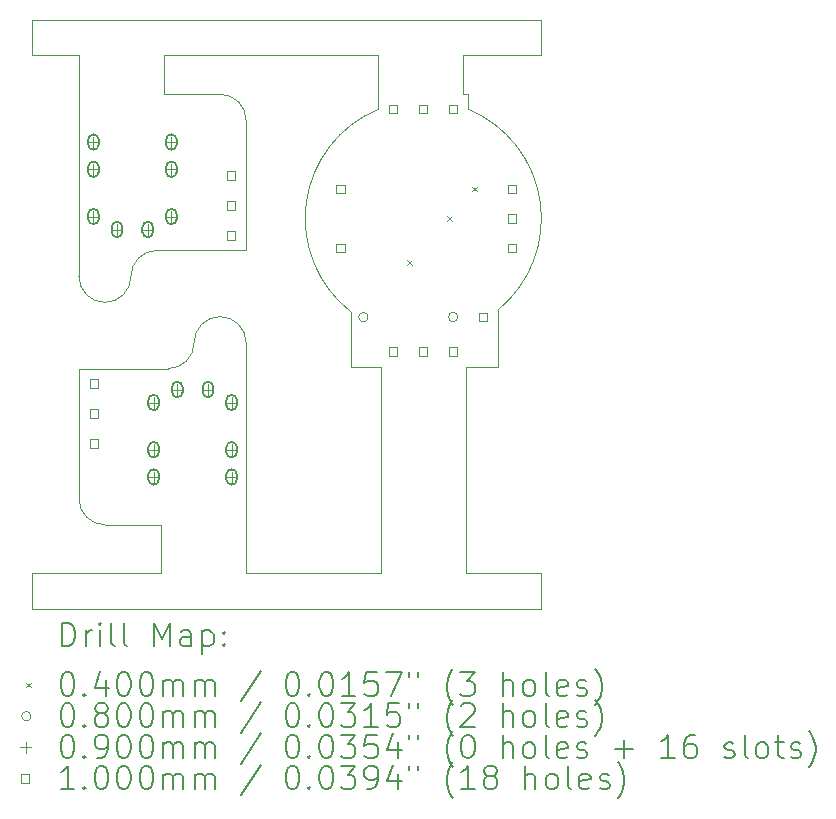
<source format=gbr>
%TF.GenerationSoftware,KiCad,Pcbnew,7.0.5*%
%TF.CreationDate,2024-01-16T16:22:39+08:00*%
%TF.ProjectId,ZeroMini,5a65726f-4d69-46e6-992e-6b696361645f,rev?*%
%TF.SameCoordinates,Original*%
%TF.FileFunction,Drillmap*%
%TF.FilePolarity,Positive*%
%FSLAX45Y45*%
G04 Gerber Fmt 4.5, Leading zero omitted, Abs format (unit mm)*
G04 Created by KiCad (PCBNEW 7.0.5) date 2024-01-16 16:22:39*
%MOMM*%
%LPD*%
G01*
G04 APERTURE LIST*
%ADD10C,0.100000*%
%ADD11C,0.200000*%
%ADD12C,0.040000*%
%ADD13C,0.080000*%
%ADD14C,0.090000*%
G04 APERTURE END LIST*
D10*
X14580000Y-3641000D02*
X14980000Y-3641000D01*
X14580000Y-3341000D02*
X14580000Y-3641000D01*
X15200000Y-5734300D02*
G75*
G03*
X15420000Y-5514300I0J220000D01*
G01*
X15735600Y-6294300D02*
G75*
G03*
X15955600Y-6074300I0J220000D01*
G01*
X15735600Y-6294300D02*
X14980000Y-6294300D01*
X18234600Y-3641000D02*
X18234600Y-3972000D01*
X17535600Y-8028000D02*
X16395600Y-8028000D01*
X15700000Y-3641000D02*
X17514600Y-3641000D01*
X14980000Y-7396600D02*
X14980000Y-6294300D01*
X16395600Y-4192000D02*
X16395600Y-5294300D01*
X17514221Y-4098981D02*
G75*
G03*
X17282522Y-5813423I381379J-924419D01*
G01*
X17535600Y-6277400D02*
X17535600Y-8028000D01*
X18276600Y-3972000D02*
X18276600Y-4099000D01*
X17535600Y-6277400D02*
X17282522Y-6277400D01*
X16395600Y-8028000D02*
X16395600Y-7616600D01*
X18255600Y-8028000D02*
X18895640Y-8028000D01*
X15700000Y-3972000D02*
X16175600Y-3972000D01*
X15675600Y-7616600D02*
X15200000Y-7616600D01*
X16175600Y-5854300D02*
G75*
G03*
X15955600Y-6074300I0J-220000D01*
G01*
X16395600Y-6074300D02*
G75*
G03*
X16175600Y-5854300I-220000J0D01*
G01*
X16395600Y-7616600D02*
X16395600Y-6074300D01*
X14580000Y-8028000D02*
X15675600Y-8028000D01*
X14980000Y-5514300D02*
G75*
G03*
X15200000Y-5734300I220000J0D01*
G01*
X14980000Y-3972000D02*
X14980000Y-5514300D01*
X17514600Y-4099000D02*
X17514600Y-3972000D01*
X18255600Y-6277400D02*
X18529794Y-6277400D01*
X15700000Y-3641000D02*
X15700000Y-3972000D01*
X18529794Y-5796574D02*
X18529794Y-6277400D01*
X18529794Y-5796574D02*
G75*
G03*
X18276979Y-4098981I-634194J773174D01*
G01*
X17282522Y-5813423D02*
X17282522Y-6277400D01*
X14580000Y-8028000D02*
X14580000Y-8328000D01*
X14980000Y-7396600D02*
G75*
G03*
X15200000Y-7616600I220000J0D01*
G01*
X18895640Y-3341000D02*
X18895640Y-3641000D01*
X15675600Y-8028000D02*
X15675600Y-7616600D01*
X16395600Y-4192000D02*
G75*
G03*
X16175600Y-3972000I-220000J0D01*
G01*
X18255600Y-6277400D02*
X18255600Y-8028000D01*
X14580000Y-8328000D02*
X18895640Y-8328000D01*
X18234600Y-3972000D02*
X18276600Y-3972000D01*
X14980000Y-3641000D02*
X14980000Y-3972000D01*
X14580000Y-3341000D02*
X18895640Y-3341000D01*
X17514600Y-3641000D02*
X17514600Y-3972000D01*
X15640000Y-5294300D02*
G75*
G03*
X15420000Y-5514300I0J-220000D01*
G01*
X18234600Y-3641000D02*
X18895640Y-3641000D01*
X15640000Y-5294300D02*
X16395600Y-5294300D01*
X18895640Y-8328000D02*
X18895640Y-8028000D01*
D11*
D12*
X17760600Y-5377900D02*
X17800600Y-5417900D01*
X17800600Y-5377900D02*
X17760600Y-5417900D01*
X18097600Y-5002900D02*
X18137600Y-5042900D01*
X18137600Y-5002900D02*
X18097600Y-5042900D01*
X18308600Y-4753400D02*
X18348600Y-4793400D01*
X18348600Y-4753400D02*
X18308600Y-4793400D01*
D13*
X17428600Y-5858400D02*
G75*
G03*
X17428600Y-5858400I-40000J0D01*
G01*
X18188600Y-5858400D02*
G75*
G03*
X18188600Y-5858400I-40000J0D01*
G01*
D14*
X15102800Y-4332000D02*
X15102800Y-4422000D01*
X15057800Y-4377000D02*
X15147800Y-4377000D01*
D11*
X15057800Y-4357000D02*
X15057800Y-4397000D01*
X15057800Y-4397000D02*
G75*
G03*
X15147800Y-4397000I45000J0D01*
G01*
X15147800Y-4397000D02*
X15147800Y-4357000D01*
X15147800Y-4357000D02*
G75*
G03*
X15057800Y-4357000I-45000J0D01*
G01*
D14*
X15102800Y-4562000D02*
X15102800Y-4652000D01*
X15057800Y-4607000D02*
X15147800Y-4607000D01*
D11*
X15057800Y-4587000D02*
X15057800Y-4627000D01*
X15057800Y-4627000D02*
G75*
G03*
X15147800Y-4627000I45000J0D01*
G01*
X15147800Y-4627000D02*
X15147800Y-4587000D01*
X15147800Y-4587000D02*
G75*
G03*
X15057800Y-4587000I-45000J0D01*
G01*
D14*
X15102800Y-4962000D02*
X15102800Y-5052000D01*
X15057800Y-5007000D02*
X15147800Y-5007000D01*
D11*
X15057800Y-4987000D02*
X15057800Y-5027000D01*
X15057800Y-5027000D02*
G75*
G03*
X15147800Y-5027000I45000J0D01*
G01*
X15147800Y-5027000D02*
X15147800Y-4987000D01*
X15147800Y-4987000D02*
G75*
G03*
X15057800Y-4987000I-45000J0D01*
G01*
D14*
X15302800Y-5072000D02*
X15302800Y-5162000D01*
X15257800Y-5117000D02*
X15347800Y-5117000D01*
D11*
X15257800Y-5097000D02*
X15257800Y-5137000D01*
X15257800Y-5137000D02*
G75*
G03*
X15347800Y-5137000I45000J0D01*
G01*
X15347800Y-5137000D02*
X15347800Y-5097000D01*
X15347800Y-5097000D02*
G75*
G03*
X15257800Y-5097000I-45000J0D01*
G01*
D14*
X15562800Y-5072000D02*
X15562800Y-5162000D01*
X15517800Y-5117000D02*
X15607800Y-5117000D01*
D11*
X15517800Y-5097000D02*
X15517800Y-5137000D01*
X15517800Y-5137000D02*
G75*
G03*
X15607800Y-5137000I45000J0D01*
G01*
X15607800Y-5137000D02*
X15607800Y-5097000D01*
X15607800Y-5097000D02*
G75*
G03*
X15517800Y-5097000I-45000J0D01*
G01*
D14*
X15612800Y-6536600D02*
X15612800Y-6626600D01*
X15567800Y-6581600D02*
X15657800Y-6581600D01*
D11*
X15657800Y-6601600D02*
X15657800Y-6561600D01*
X15657800Y-6561600D02*
G75*
G03*
X15567800Y-6561600I-45000J0D01*
G01*
X15567800Y-6561600D02*
X15567800Y-6601600D01*
X15567800Y-6601600D02*
G75*
G03*
X15657800Y-6601600I45000J0D01*
G01*
D14*
X15612800Y-6936600D02*
X15612800Y-7026600D01*
X15567800Y-6981600D02*
X15657800Y-6981600D01*
D11*
X15657800Y-7001600D02*
X15657800Y-6961600D01*
X15657800Y-6961600D02*
G75*
G03*
X15567800Y-6961600I-45000J0D01*
G01*
X15567800Y-6961600D02*
X15567800Y-7001600D01*
X15567800Y-7001600D02*
G75*
G03*
X15657800Y-7001600I45000J0D01*
G01*
D14*
X15612800Y-7166600D02*
X15612800Y-7256600D01*
X15567800Y-7211600D02*
X15657800Y-7211600D01*
D11*
X15657800Y-7231600D02*
X15657800Y-7191600D01*
X15657800Y-7191600D02*
G75*
G03*
X15567800Y-7191600I-45000J0D01*
G01*
X15567800Y-7191600D02*
X15567800Y-7231600D01*
X15567800Y-7231600D02*
G75*
G03*
X15657800Y-7231600I45000J0D01*
G01*
D14*
X15762800Y-4332000D02*
X15762800Y-4422000D01*
X15717800Y-4377000D02*
X15807800Y-4377000D01*
D11*
X15717800Y-4357000D02*
X15717800Y-4397000D01*
X15717800Y-4397000D02*
G75*
G03*
X15807800Y-4397000I45000J0D01*
G01*
X15807800Y-4397000D02*
X15807800Y-4357000D01*
X15807800Y-4357000D02*
G75*
G03*
X15717800Y-4357000I-45000J0D01*
G01*
D14*
X15762800Y-4562000D02*
X15762800Y-4652000D01*
X15717800Y-4607000D02*
X15807800Y-4607000D01*
D11*
X15717800Y-4587000D02*
X15717800Y-4627000D01*
X15717800Y-4627000D02*
G75*
G03*
X15807800Y-4627000I45000J0D01*
G01*
X15807800Y-4627000D02*
X15807800Y-4587000D01*
X15807800Y-4587000D02*
G75*
G03*
X15717800Y-4587000I-45000J0D01*
G01*
D14*
X15762800Y-4962000D02*
X15762800Y-5052000D01*
X15717800Y-5007000D02*
X15807800Y-5007000D01*
D11*
X15717800Y-4987000D02*
X15717800Y-5027000D01*
X15717800Y-5027000D02*
G75*
G03*
X15807800Y-5027000I45000J0D01*
G01*
X15807800Y-5027000D02*
X15807800Y-4987000D01*
X15807800Y-4987000D02*
G75*
G03*
X15717800Y-4987000I-45000J0D01*
G01*
D14*
X15812800Y-6426600D02*
X15812800Y-6516600D01*
X15767800Y-6471600D02*
X15857800Y-6471600D01*
D11*
X15857800Y-6491600D02*
X15857800Y-6451600D01*
X15857800Y-6451600D02*
G75*
G03*
X15767800Y-6451600I-45000J0D01*
G01*
X15767800Y-6451600D02*
X15767800Y-6491600D01*
X15767800Y-6491600D02*
G75*
G03*
X15857800Y-6491600I45000J0D01*
G01*
D14*
X16072800Y-6426600D02*
X16072800Y-6516600D01*
X16027800Y-6471600D02*
X16117800Y-6471600D01*
D11*
X16117800Y-6491600D02*
X16117800Y-6451600D01*
X16117800Y-6451600D02*
G75*
G03*
X16027800Y-6451600I-45000J0D01*
G01*
X16027800Y-6451600D02*
X16027800Y-6491600D01*
X16027800Y-6491600D02*
G75*
G03*
X16117800Y-6491600I45000J0D01*
G01*
D14*
X16272800Y-6536600D02*
X16272800Y-6626600D01*
X16227800Y-6581600D02*
X16317800Y-6581600D01*
D11*
X16317800Y-6601600D02*
X16317800Y-6561600D01*
X16317800Y-6561600D02*
G75*
G03*
X16227800Y-6561600I-45000J0D01*
G01*
X16227800Y-6561600D02*
X16227800Y-6601600D01*
X16227800Y-6601600D02*
G75*
G03*
X16317800Y-6601600I45000J0D01*
G01*
D14*
X16272800Y-6936600D02*
X16272800Y-7026600D01*
X16227800Y-6981600D02*
X16317800Y-6981600D01*
D11*
X16317800Y-7001600D02*
X16317800Y-6961600D01*
X16317800Y-6961600D02*
G75*
G03*
X16227800Y-6961600I-45000J0D01*
G01*
X16227800Y-6961600D02*
X16227800Y-7001600D01*
X16227800Y-7001600D02*
G75*
G03*
X16317800Y-7001600I45000J0D01*
G01*
D14*
X16272800Y-7166600D02*
X16272800Y-7256600D01*
X16227800Y-7211600D02*
X16317800Y-7211600D01*
D11*
X16317800Y-7231600D02*
X16317800Y-7191600D01*
X16317800Y-7191600D02*
G75*
G03*
X16227800Y-7191600I-45000J0D01*
G01*
X16227800Y-7191600D02*
X16227800Y-7231600D01*
X16227800Y-7231600D02*
G75*
G03*
X16317800Y-7231600I45000J0D01*
G01*
D10*
X15142356Y-6456656D02*
X15142356Y-6385944D01*
X15071644Y-6385944D01*
X15071644Y-6456656D01*
X15142356Y-6456656D01*
X15142356Y-6710656D02*
X15142356Y-6639944D01*
X15071644Y-6639944D01*
X15071644Y-6710656D01*
X15142356Y-6710656D01*
X15142356Y-6964656D02*
X15142356Y-6893944D01*
X15071644Y-6893944D01*
X15071644Y-6964656D01*
X15142356Y-6964656D01*
X16303956Y-4694656D02*
X16303956Y-4623944D01*
X16233244Y-4623944D01*
X16233244Y-4694656D01*
X16303956Y-4694656D01*
X16303956Y-4948656D02*
X16303956Y-4877944D01*
X16233244Y-4877944D01*
X16233244Y-4948656D01*
X16303956Y-4948656D01*
X16303956Y-5202656D02*
X16303956Y-5131944D01*
X16233244Y-5131944D01*
X16233244Y-5202656D01*
X16303956Y-5202656D01*
X17230956Y-4808756D02*
X17230956Y-4738044D01*
X17160244Y-4738044D01*
X17160244Y-4808756D01*
X17230956Y-4808756D01*
X17230956Y-5308756D02*
X17230956Y-5238044D01*
X17160244Y-5238044D01*
X17160244Y-5308756D01*
X17230956Y-5308756D01*
X17676956Y-4134356D02*
X17676956Y-4063644D01*
X17606244Y-4063644D01*
X17606244Y-4134356D01*
X17676956Y-4134356D01*
X17676956Y-6185756D02*
X17676956Y-6115044D01*
X17606244Y-6115044D01*
X17606244Y-6185756D01*
X17676956Y-6185756D01*
X17930956Y-4134356D02*
X17930956Y-4063644D01*
X17860244Y-4063644D01*
X17860244Y-4134356D01*
X17930956Y-4134356D01*
X17930956Y-6185756D02*
X17930956Y-6115044D01*
X17860244Y-6115044D01*
X17860244Y-6185756D01*
X17930956Y-6185756D01*
X18184956Y-4134356D02*
X18184956Y-4063644D01*
X18114244Y-4063644D01*
X18114244Y-4134356D01*
X18184956Y-4134356D01*
X18184956Y-6185756D02*
X18184956Y-6115044D01*
X18114244Y-6115044D01*
X18114244Y-6185756D01*
X18184956Y-6185756D01*
X18437956Y-5893756D02*
X18437956Y-5823044D01*
X18367244Y-5823044D01*
X18367244Y-5893756D01*
X18437956Y-5893756D01*
X18680956Y-4808756D02*
X18680956Y-4738044D01*
X18610244Y-4738044D01*
X18610244Y-4808756D01*
X18680956Y-4808756D01*
X18680956Y-5058756D02*
X18680956Y-4988044D01*
X18610244Y-4988044D01*
X18610244Y-5058756D01*
X18680956Y-5058756D01*
X18680956Y-5308756D02*
X18680956Y-5238044D01*
X18610244Y-5238044D01*
X18610244Y-5308756D01*
X18680956Y-5308756D01*
D11*
X14835777Y-8644484D02*
X14835777Y-8444484D01*
X14835777Y-8444484D02*
X14883396Y-8444484D01*
X14883396Y-8444484D02*
X14911967Y-8454008D01*
X14911967Y-8454008D02*
X14931015Y-8473055D01*
X14931015Y-8473055D02*
X14940539Y-8492103D01*
X14940539Y-8492103D02*
X14950062Y-8530198D01*
X14950062Y-8530198D02*
X14950062Y-8558770D01*
X14950062Y-8558770D02*
X14940539Y-8596865D01*
X14940539Y-8596865D02*
X14931015Y-8615912D01*
X14931015Y-8615912D02*
X14911967Y-8634960D01*
X14911967Y-8634960D02*
X14883396Y-8644484D01*
X14883396Y-8644484D02*
X14835777Y-8644484D01*
X15035777Y-8644484D02*
X15035777Y-8511150D01*
X15035777Y-8549246D02*
X15045301Y-8530198D01*
X15045301Y-8530198D02*
X15054824Y-8520674D01*
X15054824Y-8520674D02*
X15073872Y-8511150D01*
X15073872Y-8511150D02*
X15092920Y-8511150D01*
X15159586Y-8644484D02*
X15159586Y-8511150D01*
X15159586Y-8444484D02*
X15150062Y-8454008D01*
X15150062Y-8454008D02*
X15159586Y-8463531D01*
X15159586Y-8463531D02*
X15169110Y-8454008D01*
X15169110Y-8454008D02*
X15159586Y-8444484D01*
X15159586Y-8444484D02*
X15159586Y-8463531D01*
X15283396Y-8644484D02*
X15264348Y-8634960D01*
X15264348Y-8634960D02*
X15254824Y-8615912D01*
X15254824Y-8615912D02*
X15254824Y-8444484D01*
X15388158Y-8644484D02*
X15369110Y-8634960D01*
X15369110Y-8634960D02*
X15359586Y-8615912D01*
X15359586Y-8615912D02*
X15359586Y-8444484D01*
X15616729Y-8644484D02*
X15616729Y-8444484D01*
X15616729Y-8444484D02*
X15683396Y-8587341D01*
X15683396Y-8587341D02*
X15750062Y-8444484D01*
X15750062Y-8444484D02*
X15750062Y-8644484D01*
X15931015Y-8644484D02*
X15931015Y-8539722D01*
X15931015Y-8539722D02*
X15921491Y-8520674D01*
X15921491Y-8520674D02*
X15902443Y-8511150D01*
X15902443Y-8511150D02*
X15864348Y-8511150D01*
X15864348Y-8511150D02*
X15845301Y-8520674D01*
X15931015Y-8634960D02*
X15911967Y-8644484D01*
X15911967Y-8644484D02*
X15864348Y-8644484D01*
X15864348Y-8644484D02*
X15845301Y-8634960D01*
X15845301Y-8634960D02*
X15835777Y-8615912D01*
X15835777Y-8615912D02*
X15835777Y-8596865D01*
X15835777Y-8596865D02*
X15845301Y-8577817D01*
X15845301Y-8577817D02*
X15864348Y-8568293D01*
X15864348Y-8568293D02*
X15911967Y-8568293D01*
X15911967Y-8568293D02*
X15931015Y-8558770D01*
X16026253Y-8511150D02*
X16026253Y-8711150D01*
X16026253Y-8520674D02*
X16045301Y-8511150D01*
X16045301Y-8511150D02*
X16083396Y-8511150D01*
X16083396Y-8511150D02*
X16102443Y-8520674D01*
X16102443Y-8520674D02*
X16111967Y-8530198D01*
X16111967Y-8530198D02*
X16121491Y-8549246D01*
X16121491Y-8549246D02*
X16121491Y-8606389D01*
X16121491Y-8606389D02*
X16111967Y-8625436D01*
X16111967Y-8625436D02*
X16102443Y-8634960D01*
X16102443Y-8634960D02*
X16083396Y-8644484D01*
X16083396Y-8644484D02*
X16045301Y-8644484D01*
X16045301Y-8644484D02*
X16026253Y-8634960D01*
X16207205Y-8625436D02*
X16216729Y-8634960D01*
X16216729Y-8634960D02*
X16207205Y-8644484D01*
X16207205Y-8644484D02*
X16197682Y-8634960D01*
X16197682Y-8634960D02*
X16207205Y-8625436D01*
X16207205Y-8625436D02*
X16207205Y-8644484D01*
X16207205Y-8520674D02*
X16216729Y-8530198D01*
X16216729Y-8530198D02*
X16207205Y-8539722D01*
X16207205Y-8539722D02*
X16197682Y-8530198D01*
X16197682Y-8530198D02*
X16207205Y-8520674D01*
X16207205Y-8520674D02*
X16207205Y-8539722D01*
D12*
X14535000Y-8953000D02*
X14575000Y-8993000D01*
X14575000Y-8953000D02*
X14535000Y-8993000D01*
D11*
X14873872Y-8864484D02*
X14892920Y-8864484D01*
X14892920Y-8864484D02*
X14911967Y-8874008D01*
X14911967Y-8874008D02*
X14921491Y-8883531D01*
X14921491Y-8883531D02*
X14931015Y-8902579D01*
X14931015Y-8902579D02*
X14940539Y-8940674D01*
X14940539Y-8940674D02*
X14940539Y-8988293D01*
X14940539Y-8988293D02*
X14931015Y-9026389D01*
X14931015Y-9026389D02*
X14921491Y-9045436D01*
X14921491Y-9045436D02*
X14911967Y-9054960D01*
X14911967Y-9054960D02*
X14892920Y-9064484D01*
X14892920Y-9064484D02*
X14873872Y-9064484D01*
X14873872Y-9064484D02*
X14854824Y-9054960D01*
X14854824Y-9054960D02*
X14845301Y-9045436D01*
X14845301Y-9045436D02*
X14835777Y-9026389D01*
X14835777Y-9026389D02*
X14826253Y-8988293D01*
X14826253Y-8988293D02*
X14826253Y-8940674D01*
X14826253Y-8940674D02*
X14835777Y-8902579D01*
X14835777Y-8902579D02*
X14845301Y-8883531D01*
X14845301Y-8883531D02*
X14854824Y-8874008D01*
X14854824Y-8874008D02*
X14873872Y-8864484D01*
X15026253Y-9045436D02*
X15035777Y-9054960D01*
X15035777Y-9054960D02*
X15026253Y-9064484D01*
X15026253Y-9064484D02*
X15016729Y-9054960D01*
X15016729Y-9054960D02*
X15026253Y-9045436D01*
X15026253Y-9045436D02*
X15026253Y-9064484D01*
X15207205Y-8931150D02*
X15207205Y-9064484D01*
X15159586Y-8854960D02*
X15111967Y-8997817D01*
X15111967Y-8997817D02*
X15235777Y-8997817D01*
X15350062Y-8864484D02*
X15369110Y-8864484D01*
X15369110Y-8864484D02*
X15388158Y-8874008D01*
X15388158Y-8874008D02*
X15397682Y-8883531D01*
X15397682Y-8883531D02*
X15407205Y-8902579D01*
X15407205Y-8902579D02*
X15416729Y-8940674D01*
X15416729Y-8940674D02*
X15416729Y-8988293D01*
X15416729Y-8988293D02*
X15407205Y-9026389D01*
X15407205Y-9026389D02*
X15397682Y-9045436D01*
X15397682Y-9045436D02*
X15388158Y-9054960D01*
X15388158Y-9054960D02*
X15369110Y-9064484D01*
X15369110Y-9064484D02*
X15350062Y-9064484D01*
X15350062Y-9064484D02*
X15331015Y-9054960D01*
X15331015Y-9054960D02*
X15321491Y-9045436D01*
X15321491Y-9045436D02*
X15311967Y-9026389D01*
X15311967Y-9026389D02*
X15302443Y-8988293D01*
X15302443Y-8988293D02*
X15302443Y-8940674D01*
X15302443Y-8940674D02*
X15311967Y-8902579D01*
X15311967Y-8902579D02*
X15321491Y-8883531D01*
X15321491Y-8883531D02*
X15331015Y-8874008D01*
X15331015Y-8874008D02*
X15350062Y-8864484D01*
X15540539Y-8864484D02*
X15559586Y-8864484D01*
X15559586Y-8864484D02*
X15578634Y-8874008D01*
X15578634Y-8874008D02*
X15588158Y-8883531D01*
X15588158Y-8883531D02*
X15597682Y-8902579D01*
X15597682Y-8902579D02*
X15607205Y-8940674D01*
X15607205Y-8940674D02*
X15607205Y-8988293D01*
X15607205Y-8988293D02*
X15597682Y-9026389D01*
X15597682Y-9026389D02*
X15588158Y-9045436D01*
X15588158Y-9045436D02*
X15578634Y-9054960D01*
X15578634Y-9054960D02*
X15559586Y-9064484D01*
X15559586Y-9064484D02*
X15540539Y-9064484D01*
X15540539Y-9064484D02*
X15521491Y-9054960D01*
X15521491Y-9054960D02*
X15511967Y-9045436D01*
X15511967Y-9045436D02*
X15502443Y-9026389D01*
X15502443Y-9026389D02*
X15492920Y-8988293D01*
X15492920Y-8988293D02*
X15492920Y-8940674D01*
X15492920Y-8940674D02*
X15502443Y-8902579D01*
X15502443Y-8902579D02*
X15511967Y-8883531D01*
X15511967Y-8883531D02*
X15521491Y-8874008D01*
X15521491Y-8874008D02*
X15540539Y-8864484D01*
X15692920Y-9064484D02*
X15692920Y-8931150D01*
X15692920Y-8950198D02*
X15702443Y-8940674D01*
X15702443Y-8940674D02*
X15721491Y-8931150D01*
X15721491Y-8931150D02*
X15750063Y-8931150D01*
X15750063Y-8931150D02*
X15769110Y-8940674D01*
X15769110Y-8940674D02*
X15778634Y-8959722D01*
X15778634Y-8959722D02*
X15778634Y-9064484D01*
X15778634Y-8959722D02*
X15788158Y-8940674D01*
X15788158Y-8940674D02*
X15807205Y-8931150D01*
X15807205Y-8931150D02*
X15835777Y-8931150D01*
X15835777Y-8931150D02*
X15854824Y-8940674D01*
X15854824Y-8940674D02*
X15864348Y-8959722D01*
X15864348Y-8959722D02*
X15864348Y-9064484D01*
X15959586Y-9064484D02*
X15959586Y-8931150D01*
X15959586Y-8950198D02*
X15969110Y-8940674D01*
X15969110Y-8940674D02*
X15988158Y-8931150D01*
X15988158Y-8931150D02*
X16016729Y-8931150D01*
X16016729Y-8931150D02*
X16035777Y-8940674D01*
X16035777Y-8940674D02*
X16045301Y-8959722D01*
X16045301Y-8959722D02*
X16045301Y-9064484D01*
X16045301Y-8959722D02*
X16054824Y-8940674D01*
X16054824Y-8940674D02*
X16073872Y-8931150D01*
X16073872Y-8931150D02*
X16102443Y-8931150D01*
X16102443Y-8931150D02*
X16121491Y-8940674D01*
X16121491Y-8940674D02*
X16131015Y-8959722D01*
X16131015Y-8959722D02*
X16131015Y-9064484D01*
X16521491Y-8854960D02*
X16350063Y-9112103D01*
X16778634Y-8864484D02*
X16797682Y-8864484D01*
X16797682Y-8864484D02*
X16816729Y-8874008D01*
X16816729Y-8874008D02*
X16826253Y-8883531D01*
X16826253Y-8883531D02*
X16835777Y-8902579D01*
X16835777Y-8902579D02*
X16845301Y-8940674D01*
X16845301Y-8940674D02*
X16845301Y-8988293D01*
X16845301Y-8988293D02*
X16835777Y-9026389D01*
X16835777Y-9026389D02*
X16826253Y-9045436D01*
X16826253Y-9045436D02*
X16816729Y-9054960D01*
X16816729Y-9054960D02*
X16797682Y-9064484D01*
X16797682Y-9064484D02*
X16778634Y-9064484D01*
X16778634Y-9064484D02*
X16759586Y-9054960D01*
X16759586Y-9054960D02*
X16750063Y-9045436D01*
X16750063Y-9045436D02*
X16740539Y-9026389D01*
X16740539Y-9026389D02*
X16731015Y-8988293D01*
X16731015Y-8988293D02*
X16731015Y-8940674D01*
X16731015Y-8940674D02*
X16740539Y-8902579D01*
X16740539Y-8902579D02*
X16750063Y-8883531D01*
X16750063Y-8883531D02*
X16759586Y-8874008D01*
X16759586Y-8874008D02*
X16778634Y-8864484D01*
X16931015Y-9045436D02*
X16940539Y-9054960D01*
X16940539Y-9054960D02*
X16931015Y-9064484D01*
X16931015Y-9064484D02*
X16921491Y-9054960D01*
X16921491Y-9054960D02*
X16931015Y-9045436D01*
X16931015Y-9045436D02*
X16931015Y-9064484D01*
X17064348Y-8864484D02*
X17083396Y-8864484D01*
X17083396Y-8864484D02*
X17102444Y-8874008D01*
X17102444Y-8874008D02*
X17111968Y-8883531D01*
X17111968Y-8883531D02*
X17121491Y-8902579D01*
X17121491Y-8902579D02*
X17131015Y-8940674D01*
X17131015Y-8940674D02*
X17131015Y-8988293D01*
X17131015Y-8988293D02*
X17121491Y-9026389D01*
X17121491Y-9026389D02*
X17111968Y-9045436D01*
X17111968Y-9045436D02*
X17102444Y-9054960D01*
X17102444Y-9054960D02*
X17083396Y-9064484D01*
X17083396Y-9064484D02*
X17064348Y-9064484D01*
X17064348Y-9064484D02*
X17045301Y-9054960D01*
X17045301Y-9054960D02*
X17035777Y-9045436D01*
X17035777Y-9045436D02*
X17026253Y-9026389D01*
X17026253Y-9026389D02*
X17016729Y-8988293D01*
X17016729Y-8988293D02*
X17016729Y-8940674D01*
X17016729Y-8940674D02*
X17026253Y-8902579D01*
X17026253Y-8902579D02*
X17035777Y-8883531D01*
X17035777Y-8883531D02*
X17045301Y-8874008D01*
X17045301Y-8874008D02*
X17064348Y-8864484D01*
X17321491Y-9064484D02*
X17207206Y-9064484D01*
X17264348Y-9064484D02*
X17264348Y-8864484D01*
X17264348Y-8864484D02*
X17245301Y-8893055D01*
X17245301Y-8893055D02*
X17226253Y-8912103D01*
X17226253Y-8912103D02*
X17207206Y-8921627D01*
X17502444Y-8864484D02*
X17407206Y-8864484D01*
X17407206Y-8864484D02*
X17397682Y-8959722D01*
X17397682Y-8959722D02*
X17407206Y-8950198D01*
X17407206Y-8950198D02*
X17426253Y-8940674D01*
X17426253Y-8940674D02*
X17473872Y-8940674D01*
X17473872Y-8940674D02*
X17492920Y-8950198D01*
X17492920Y-8950198D02*
X17502444Y-8959722D01*
X17502444Y-8959722D02*
X17511968Y-8978770D01*
X17511968Y-8978770D02*
X17511968Y-9026389D01*
X17511968Y-9026389D02*
X17502444Y-9045436D01*
X17502444Y-9045436D02*
X17492920Y-9054960D01*
X17492920Y-9054960D02*
X17473872Y-9064484D01*
X17473872Y-9064484D02*
X17426253Y-9064484D01*
X17426253Y-9064484D02*
X17407206Y-9054960D01*
X17407206Y-9054960D02*
X17397682Y-9045436D01*
X17578634Y-8864484D02*
X17711968Y-8864484D01*
X17711968Y-8864484D02*
X17626253Y-9064484D01*
X17778634Y-8864484D02*
X17778634Y-8902579D01*
X17854825Y-8864484D02*
X17854825Y-8902579D01*
X18150063Y-9140674D02*
X18140539Y-9131150D01*
X18140539Y-9131150D02*
X18121491Y-9102579D01*
X18121491Y-9102579D02*
X18111968Y-9083531D01*
X18111968Y-9083531D02*
X18102444Y-9054960D01*
X18102444Y-9054960D02*
X18092920Y-9007341D01*
X18092920Y-9007341D02*
X18092920Y-8969246D01*
X18092920Y-8969246D02*
X18102444Y-8921627D01*
X18102444Y-8921627D02*
X18111968Y-8893055D01*
X18111968Y-8893055D02*
X18121491Y-8874008D01*
X18121491Y-8874008D02*
X18140539Y-8845436D01*
X18140539Y-8845436D02*
X18150063Y-8835912D01*
X18207206Y-8864484D02*
X18331015Y-8864484D01*
X18331015Y-8864484D02*
X18264349Y-8940674D01*
X18264349Y-8940674D02*
X18292920Y-8940674D01*
X18292920Y-8940674D02*
X18311968Y-8950198D01*
X18311968Y-8950198D02*
X18321491Y-8959722D01*
X18321491Y-8959722D02*
X18331015Y-8978770D01*
X18331015Y-8978770D02*
X18331015Y-9026389D01*
X18331015Y-9026389D02*
X18321491Y-9045436D01*
X18321491Y-9045436D02*
X18311968Y-9054960D01*
X18311968Y-9054960D02*
X18292920Y-9064484D01*
X18292920Y-9064484D02*
X18235777Y-9064484D01*
X18235777Y-9064484D02*
X18216730Y-9054960D01*
X18216730Y-9054960D02*
X18207206Y-9045436D01*
X18569111Y-9064484D02*
X18569111Y-8864484D01*
X18654825Y-9064484D02*
X18654825Y-8959722D01*
X18654825Y-8959722D02*
X18645301Y-8940674D01*
X18645301Y-8940674D02*
X18626253Y-8931150D01*
X18626253Y-8931150D02*
X18597682Y-8931150D01*
X18597682Y-8931150D02*
X18578634Y-8940674D01*
X18578634Y-8940674D02*
X18569111Y-8950198D01*
X18778634Y-9064484D02*
X18759587Y-9054960D01*
X18759587Y-9054960D02*
X18750063Y-9045436D01*
X18750063Y-9045436D02*
X18740539Y-9026389D01*
X18740539Y-9026389D02*
X18740539Y-8969246D01*
X18740539Y-8969246D02*
X18750063Y-8950198D01*
X18750063Y-8950198D02*
X18759587Y-8940674D01*
X18759587Y-8940674D02*
X18778634Y-8931150D01*
X18778634Y-8931150D02*
X18807206Y-8931150D01*
X18807206Y-8931150D02*
X18826253Y-8940674D01*
X18826253Y-8940674D02*
X18835777Y-8950198D01*
X18835777Y-8950198D02*
X18845301Y-8969246D01*
X18845301Y-8969246D02*
X18845301Y-9026389D01*
X18845301Y-9026389D02*
X18835777Y-9045436D01*
X18835777Y-9045436D02*
X18826253Y-9054960D01*
X18826253Y-9054960D02*
X18807206Y-9064484D01*
X18807206Y-9064484D02*
X18778634Y-9064484D01*
X18959587Y-9064484D02*
X18940539Y-9054960D01*
X18940539Y-9054960D02*
X18931015Y-9035912D01*
X18931015Y-9035912D02*
X18931015Y-8864484D01*
X19111968Y-9054960D02*
X19092920Y-9064484D01*
X19092920Y-9064484D02*
X19054825Y-9064484D01*
X19054825Y-9064484D02*
X19035777Y-9054960D01*
X19035777Y-9054960D02*
X19026253Y-9035912D01*
X19026253Y-9035912D02*
X19026253Y-8959722D01*
X19026253Y-8959722D02*
X19035777Y-8940674D01*
X19035777Y-8940674D02*
X19054825Y-8931150D01*
X19054825Y-8931150D02*
X19092920Y-8931150D01*
X19092920Y-8931150D02*
X19111968Y-8940674D01*
X19111968Y-8940674D02*
X19121492Y-8959722D01*
X19121492Y-8959722D02*
X19121492Y-8978770D01*
X19121492Y-8978770D02*
X19026253Y-8997817D01*
X19197682Y-9054960D02*
X19216730Y-9064484D01*
X19216730Y-9064484D02*
X19254825Y-9064484D01*
X19254825Y-9064484D02*
X19273873Y-9054960D01*
X19273873Y-9054960D02*
X19283396Y-9035912D01*
X19283396Y-9035912D02*
X19283396Y-9026389D01*
X19283396Y-9026389D02*
X19273873Y-9007341D01*
X19273873Y-9007341D02*
X19254825Y-8997817D01*
X19254825Y-8997817D02*
X19226253Y-8997817D01*
X19226253Y-8997817D02*
X19207206Y-8988293D01*
X19207206Y-8988293D02*
X19197682Y-8969246D01*
X19197682Y-8969246D02*
X19197682Y-8959722D01*
X19197682Y-8959722D02*
X19207206Y-8940674D01*
X19207206Y-8940674D02*
X19226253Y-8931150D01*
X19226253Y-8931150D02*
X19254825Y-8931150D01*
X19254825Y-8931150D02*
X19273873Y-8940674D01*
X19350063Y-9140674D02*
X19359587Y-9131150D01*
X19359587Y-9131150D02*
X19378634Y-9102579D01*
X19378634Y-9102579D02*
X19388158Y-9083531D01*
X19388158Y-9083531D02*
X19397682Y-9054960D01*
X19397682Y-9054960D02*
X19407206Y-9007341D01*
X19407206Y-9007341D02*
X19407206Y-8969246D01*
X19407206Y-8969246D02*
X19397682Y-8921627D01*
X19397682Y-8921627D02*
X19388158Y-8893055D01*
X19388158Y-8893055D02*
X19378634Y-8874008D01*
X19378634Y-8874008D02*
X19359587Y-8845436D01*
X19359587Y-8845436D02*
X19350063Y-8835912D01*
D13*
X14575000Y-9237000D02*
G75*
G03*
X14575000Y-9237000I-40000J0D01*
G01*
D11*
X14873872Y-9128484D02*
X14892920Y-9128484D01*
X14892920Y-9128484D02*
X14911967Y-9138008D01*
X14911967Y-9138008D02*
X14921491Y-9147531D01*
X14921491Y-9147531D02*
X14931015Y-9166579D01*
X14931015Y-9166579D02*
X14940539Y-9204674D01*
X14940539Y-9204674D02*
X14940539Y-9252293D01*
X14940539Y-9252293D02*
X14931015Y-9290389D01*
X14931015Y-9290389D02*
X14921491Y-9309436D01*
X14921491Y-9309436D02*
X14911967Y-9318960D01*
X14911967Y-9318960D02*
X14892920Y-9328484D01*
X14892920Y-9328484D02*
X14873872Y-9328484D01*
X14873872Y-9328484D02*
X14854824Y-9318960D01*
X14854824Y-9318960D02*
X14845301Y-9309436D01*
X14845301Y-9309436D02*
X14835777Y-9290389D01*
X14835777Y-9290389D02*
X14826253Y-9252293D01*
X14826253Y-9252293D02*
X14826253Y-9204674D01*
X14826253Y-9204674D02*
X14835777Y-9166579D01*
X14835777Y-9166579D02*
X14845301Y-9147531D01*
X14845301Y-9147531D02*
X14854824Y-9138008D01*
X14854824Y-9138008D02*
X14873872Y-9128484D01*
X15026253Y-9309436D02*
X15035777Y-9318960D01*
X15035777Y-9318960D02*
X15026253Y-9328484D01*
X15026253Y-9328484D02*
X15016729Y-9318960D01*
X15016729Y-9318960D02*
X15026253Y-9309436D01*
X15026253Y-9309436D02*
X15026253Y-9328484D01*
X15150062Y-9214198D02*
X15131015Y-9204674D01*
X15131015Y-9204674D02*
X15121491Y-9195150D01*
X15121491Y-9195150D02*
X15111967Y-9176103D01*
X15111967Y-9176103D02*
X15111967Y-9166579D01*
X15111967Y-9166579D02*
X15121491Y-9147531D01*
X15121491Y-9147531D02*
X15131015Y-9138008D01*
X15131015Y-9138008D02*
X15150062Y-9128484D01*
X15150062Y-9128484D02*
X15188158Y-9128484D01*
X15188158Y-9128484D02*
X15207205Y-9138008D01*
X15207205Y-9138008D02*
X15216729Y-9147531D01*
X15216729Y-9147531D02*
X15226253Y-9166579D01*
X15226253Y-9166579D02*
X15226253Y-9176103D01*
X15226253Y-9176103D02*
X15216729Y-9195150D01*
X15216729Y-9195150D02*
X15207205Y-9204674D01*
X15207205Y-9204674D02*
X15188158Y-9214198D01*
X15188158Y-9214198D02*
X15150062Y-9214198D01*
X15150062Y-9214198D02*
X15131015Y-9223722D01*
X15131015Y-9223722D02*
X15121491Y-9233246D01*
X15121491Y-9233246D02*
X15111967Y-9252293D01*
X15111967Y-9252293D02*
X15111967Y-9290389D01*
X15111967Y-9290389D02*
X15121491Y-9309436D01*
X15121491Y-9309436D02*
X15131015Y-9318960D01*
X15131015Y-9318960D02*
X15150062Y-9328484D01*
X15150062Y-9328484D02*
X15188158Y-9328484D01*
X15188158Y-9328484D02*
X15207205Y-9318960D01*
X15207205Y-9318960D02*
X15216729Y-9309436D01*
X15216729Y-9309436D02*
X15226253Y-9290389D01*
X15226253Y-9290389D02*
X15226253Y-9252293D01*
X15226253Y-9252293D02*
X15216729Y-9233246D01*
X15216729Y-9233246D02*
X15207205Y-9223722D01*
X15207205Y-9223722D02*
X15188158Y-9214198D01*
X15350062Y-9128484D02*
X15369110Y-9128484D01*
X15369110Y-9128484D02*
X15388158Y-9138008D01*
X15388158Y-9138008D02*
X15397682Y-9147531D01*
X15397682Y-9147531D02*
X15407205Y-9166579D01*
X15407205Y-9166579D02*
X15416729Y-9204674D01*
X15416729Y-9204674D02*
X15416729Y-9252293D01*
X15416729Y-9252293D02*
X15407205Y-9290389D01*
X15407205Y-9290389D02*
X15397682Y-9309436D01*
X15397682Y-9309436D02*
X15388158Y-9318960D01*
X15388158Y-9318960D02*
X15369110Y-9328484D01*
X15369110Y-9328484D02*
X15350062Y-9328484D01*
X15350062Y-9328484D02*
X15331015Y-9318960D01*
X15331015Y-9318960D02*
X15321491Y-9309436D01*
X15321491Y-9309436D02*
X15311967Y-9290389D01*
X15311967Y-9290389D02*
X15302443Y-9252293D01*
X15302443Y-9252293D02*
X15302443Y-9204674D01*
X15302443Y-9204674D02*
X15311967Y-9166579D01*
X15311967Y-9166579D02*
X15321491Y-9147531D01*
X15321491Y-9147531D02*
X15331015Y-9138008D01*
X15331015Y-9138008D02*
X15350062Y-9128484D01*
X15540539Y-9128484D02*
X15559586Y-9128484D01*
X15559586Y-9128484D02*
X15578634Y-9138008D01*
X15578634Y-9138008D02*
X15588158Y-9147531D01*
X15588158Y-9147531D02*
X15597682Y-9166579D01*
X15597682Y-9166579D02*
X15607205Y-9204674D01*
X15607205Y-9204674D02*
X15607205Y-9252293D01*
X15607205Y-9252293D02*
X15597682Y-9290389D01*
X15597682Y-9290389D02*
X15588158Y-9309436D01*
X15588158Y-9309436D02*
X15578634Y-9318960D01*
X15578634Y-9318960D02*
X15559586Y-9328484D01*
X15559586Y-9328484D02*
X15540539Y-9328484D01*
X15540539Y-9328484D02*
X15521491Y-9318960D01*
X15521491Y-9318960D02*
X15511967Y-9309436D01*
X15511967Y-9309436D02*
X15502443Y-9290389D01*
X15502443Y-9290389D02*
X15492920Y-9252293D01*
X15492920Y-9252293D02*
X15492920Y-9204674D01*
X15492920Y-9204674D02*
X15502443Y-9166579D01*
X15502443Y-9166579D02*
X15511967Y-9147531D01*
X15511967Y-9147531D02*
X15521491Y-9138008D01*
X15521491Y-9138008D02*
X15540539Y-9128484D01*
X15692920Y-9328484D02*
X15692920Y-9195150D01*
X15692920Y-9214198D02*
X15702443Y-9204674D01*
X15702443Y-9204674D02*
X15721491Y-9195150D01*
X15721491Y-9195150D02*
X15750063Y-9195150D01*
X15750063Y-9195150D02*
X15769110Y-9204674D01*
X15769110Y-9204674D02*
X15778634Y-9223722D01*
X15778634Y-9223722D02*
X15778634Y-9328484D01*
X15778634Y-9223722D02*
X15788158Y-9204674D01*
X15788158Y-9204674D02*
X15807205Y-9195150D01*
X15807205Y-9195150D02*
X15835777Y-9195150D01*
X15835777Y-9195150D02*
X15854824Y-9204674D01*
X15854824Y-9204674D02*
X15864348Y-9223722D01*
X15864348Y-9223722D02*
X15864348Y-9328484D01*
X15959586Y-9328484D02*
X15959586Y-9195150D01*
X15959586Y-9214198D02*
X15969110Y-9204674D01*
X15969110Y-9204674D02*
X15988158Y-9195150D01*
X15988158Y-9195150D02*
X16016729Y-9195150D01*
X16016729Y-9195150D02*
X16035777Y-9204674D01*
X16035777Y-9204674D02*
X16045301Y-9223722D01*
X16045301Y-9223722D02*
X16045301Y-9328484D01*
X16045301Y-9223722D02*
X16054824Y-9204674D01*
X16054824Y-9204674D02*
X16073872Y-9195150D01*
X16073872Y-9195150D02*
X16102443Y-9195150D01*
X16102443Y-9195150D02*
X16121491Y-9204674D01*
X16121491Y-9204674D02*
X16131015Y-9223722D01*
X16131015Y-9223722D02*
X16131015Y-9328484D01*
X16521491Y-9118960D02*
X16350063Y-9376103D01*
X16778634Y-9128484D02*
X16797682Y-9128484D01*
X16797682Y-9128484D02*
X16816729Y-9138008D01*
X16816729Y-9138008D02*
X16826253Y-9147531D01*
X16826253Y-9147531D02*
X16835777Y-9166579D01*
X16835777Y-9166579D02*
X16845301Y-9204674D01*
X16845301Y-9204674D02*
X16845301Y-9252293D01*
X16845301Y-9252293D02*
X16835777Y-9290389D01*
X16835777Y-9290389D02*
X16826253Y-9309436D01*
X16826253Y-9309436D02*
X16816729Y-9318960D01*
X16816729Y-9318960D02*
X16797682Y-9328484D01*
X16797682Y-9328484D02*
X16778634Y-9328484D01*
X16778634Y-9328484D02*
X16759586Y-9318960D01*
X16759586Y-9318960D02*
X16750063Y-9309436D01*
X16750063Y-9309436D02*
X16740539Y-9290389D01*
X16740539Y-9290389D02*
X16731015Y-9252293D01*
X16731015Y-9252293D02*
X16731015Y-9204674D01*
X16731015Y-9204674D02*
X16740539Y-9166579D01*
X16740539Y-9166579D02*
X16750063Y-9147531D01*
X16750063Y-9147531D02*
X16759586Y-9138008D01*
X16759586Y-9138008D02*
X16778634Y-9128484D01*
X16931015Y-9309436D02*
X16940539Y-9318960D01*
X16940539Y-9318960D02*
X16931015Y-9328484D01*
X16931015Y-9328484D02*
X16921491Y-9318960D01*
X16921491Y-9318960D02*
X16931015Y-9309436D01*
X16931015Y-9309436D02*
X16931015Y-9328484D01*
X17064348Y-9128484D02*
X17083396Y-9128484D01*
X17083396Y-9128484D02*
X17102444Y-9138008D01*
X17102444Y-9138008D02*
X17111968Y-9147531D01*
X17111968Y-9147531D02*
X17121491Y-9166579D01*
X17121491Y-9166579D02*
X17131015Y-9204674D01*
X17131015Y-9204674D02*
X17131015Y-9252293D01*
X17131015Y-9252293D02*
X17121491Y-9290389D01*
X17121491Y-9290389D02*
X17111968Y-9309436D01*
X17111968Y-9309436D02*
X17102444Y-9318960D01*
X17102444Y-9318960D02*
X17083396Y-9328484D01*
X17083396Y-9328484D02*
X17064348Y-9328484D01*
X17064348Y-9328484D02*
X17045301Y-9318960D01*
X17045301Y-9318960D02*
X17035777Y-9309436D01*
X17035777Y-9309436D02*
X17026253Y-9290389D01*
X17026253Y-9290389D02*
X17016729Y-9252293D01*
X17016729Y-9252293D02*
X17016729Y-9204674D01*
X17016729Y-9204674D02*
X17026253Y-9166579D01*
X17026253Y-9166579D02*
X17035777Y-9147531D01*
X17035777Y-9147531D02*
X17045301Y-9138008D01*
X17045301Y-9138008D02*
X17064348Y-9128484D01*
X17197682Y-9128484D02*
X17321491Y-9128484D01*
X17321491Y-9128484D02*
X17254825Y-9204674D01*
X17254825Y-9204674D02*
X17283396Y-9204674D01*
X17283396Y-9204674D02*
X17302444Y-9214198D01*
X17302444Y-9214198D02*
X17311968Y-9223722D01*
X17311968Y-9223722D02*
X17321491Y-9242770D01*
X17321491Y-9242770D02*
X17321491Y-9290389D01*
X17321491Y-9290389D02*
X17311968Y-9309436D01*
X17311968Y-9309436D02*
X17302444Y-9318960D01*
X17302444Y-9318960D02*
X17283396Y-9328484D01*
X17283396Y-9328484D02*
X17226253Y-9328484D01*
X17226253Y-9328484D02*
X17207206Y-9318960D01*
X17207206Y-9318960D02*
X17197682Y-9309436D01*
X17511968Y-9328484D02*
X17397682Y-9328484D01*
X17454825Y-9328484D02*
X17454825Y-9128484D01*
X17454825Y-9128484D02*
X17435777Y-9157055D01*
X17435777Y-9157055D02*
X17416729Y-9176103D01*
X17416729Y-9176103D02*
X17397682Y-9185627D01*
X17692920Y-9128484D02*
X17597682Y-9128484D01*
X17597682Y-9128484D02*
X17588158Y-9223722D01*
X17588158Y-9223722D02*
X17597682Y-9214198D01*
X17597682Y-9214198D02*
X17616729Y-9204674D01*
X17616729Y-9204674D02*
X17664349Y-9204674D01*
X17664349Y-9204674D02*
X17683396Y-9214198D01*
X17683396Y-9214198D02*
X17692920Y-9223722D01*
X17692920Y-9223722D02*
X17702444Y-9242770D01*
X17702444Y-9242770D02*
X17702444Y-9290389D01*
X17702444Y-9290389D02*
X17692920Y-9309436D01*
X17692920Y-9309436D02*
X17683396Y-9318960D01*
X17683396Y-9318960D02*
X17664349Y-9328484D01*
X17664349Y-9328484D02*
X17616729Y-9328484D01*
X17616729Y-9328484D02*
X17597682Y-9318960D01*
X17597682Y-9318960D02*
X17588158Y-9309436D01*
X17778634Y-9128484D02*
X17778634Y-9166579D01*
X17854825Y-9128484D02*
X17854825Y-9166579D01*
X18150063Y-9404674D02*
X18140539Y-9395150D01*
X18140539Y-9395150D02*
X18121491Y-9366579D01*
X18121491Y-9366579D02*
X18111968Y-9347531D01*
X18111968Y-9347531D02*
X18102444Y-9318960D01*
X18102444Y-9318960D02*
X18092920Y-9271341D01*
X18092920Y-9271341D02*
X18092920Y-9233246D01*
X18092920Y-9233246D02*
X18102444Y-9185627D01*
X18102444Y-9185627D02*
X18111968Y-9157055D01*
X18111968Y-9157055D02*
X18121491Y-9138008D01*
X18121491Y-9138008D02*
X18140539Y-9109436D01*
X18140539Y-9109436D02*
X18150063Y-9099912D01*
X18216730Y-9147531D02*
X18226253Y-9138008D01*
X18226253Y-9138008D02*
X18245301Y-9128484D01*
X18245301Y-9128484D02*
X18292920Y-9128484D01*
X18292920Y-9128484D02*
X18311968Y-9138008D01*
X18311968Y-9138008D02*
X18321491Y-9147531D01*
X18321491Y-9147531D02*
X18331015Y-9166579D01*
X18331015Y-9166579D02*
X18331015Y-9185627D01*
X18331015Y-9185627D02*
X18321491Y-9214198D01*
X18321491Y-9214198D02*
X18207206Y-9328484D01*
X18207206Y-9328484D02*
X18331015Y-9328484D01*
X18569111Y-9328484D02*
X18569111Y-9128484D01*
X18654825Y-9328484D02*
X18654825Y-9223722D01*
X18654825Y-9223722D02*
X18645301Y-9204674D01*
X18645301Y-9204674D02*
X18626253Y-9195150D01*
X18626253Y-9195150D02*
X18597682Y-9195150D01*
X18597682Y-9195150D02*
X18578634Y-9204674D01*
X18578634Y-9204674D02*
X18569111Y-9214198D01*
X18778634Y-9328484D02*
X18759587Y-9318960D01*
X18759587Y-9318960D02*
X18750063Y-9309436D01*
X18750063Y-9309436D02*
X18740539Y-9290389D01*
X18740539Y-9290389D02*
X18740539Y-9233246D01*
X18740539Y-9233246D02*
X18750063Y-9214198D01*
X18750063Y-9214198D02*
X18759587Y-9204674D01*
X18759587Y-9204674D02*
X18778634Y-9195150D01*
X18778634Y-9195150D02*
X18807206Y-9195150D01*
X18807206Y-9195150D02*
X18826253Y-9204674D01*
X18826253Y-9204674D02*
X18835777Y-9214198D01*
X18835777Y-9214198D02*
X18845301Y-9233246D01*
X18845301Y-9233246D02*
X18845301Y-9290389D01*
X18845301Y-9290389D02*
X18835777Y-9309436D01*
X18835777Y-9309436D02*
X18826253Y-9318960D01*
X18826253Y-9318960D02*
X18807206Y-9328484D01*
X18807206Y-9328484D02*
X18778634Y-9328484D01*
X18959587Y-9328484D02*
X18940539Y-9318960D01*
X18940539Y-9318960D02*
X18931015Y-9299912D01*
X18931015Y-9299912D02*
X18931015Y-9128484D01*
X19111968Y-9318960D02*
X19092920Y-9328484D01*
X19092920Y-9328484D02*
X19054825Y-9328484D01*
X19054825Y-9328484D02*
X19035777Y-9318960D01*
X19035777Y-9318960D02*
X19026253Y-9299912D01*
X19026253Y-9299912D02*
X19026253Y-9223722D01*
X19026253Y-9223722D02*
X19035777Y-9204674D01*
X19035777Y-9204674D02*
X19054825Y-9195150D01*
X19054825Y-9195150D02*
X19092920Y-9195150D01*
X19092920Y-9195150D02*
X19111968Y-9204674D01*
X19111968Y-9204674D02*
X19121492Y-9223722D01*
X19121492Y-9223722D02*
X19121492Y-9242770D01*
X19121492Y-9242770D02*
X19026253Y-9261817D01*
X19197682Y-9318960D02*
X19216730Y-9328484D01*
X19216730Y-9328484D02*
X19254825Y-9328484D01*
X19254825Y-9328484D02*
X19273873Y-9318960D01*
X19273873Y-9318960D02*
X19283396Y-9299912D01*
X19283396Y-9299912D02*
X19283396Y-9290389D01*
X19283396Y-9290389D02*
X19273873Y-9271341D01*
X19273873Y-9271341D02*
X19254825Y-9261817D01*
X19254825Y-9261817D02*
X19226253Y-9261817D01*
X19226253Y-9261817D02*
X19207206Y-9252293D01*
X19207206Y-9252293D02*
X19197682Y-9233246D01*
X19197682Y-9233246D02*
X19197682Y-9223722D01*
X19197682Y-9223722D02*
X19207206Y-9204674D01*
X19207206Y-9204674D02*
X19226253Y-9195150D01*
X19226253Y-9195150D02*
X19254825Y-9195150D01*
X19254825Y-9195150D02*
X19273873Y-9204674D01*
X19350063Y-9404674D02*
X19359587Y-9395150D01*
X19359587Y-9395150D02*
X19378634Y-9366579D01*
X19378634Y-9366579D02*
X19388158Y-9347531D01*
X19388158Y-9347531D02*
X19397682Y-9318960D01*
X19397682Y-9318960D02*
X19407206Y-9271341D01*
X19407206Y-9271341D02*
X19407206Y-9233246D01*
X19407206Y-9233246D02*
X19397682Y-9185627D01*
X19397682Y-9185627D02*
X19388158Y-9157055D01*
X19388158Y-9157055D02*
X19378634Y-9138008D01*
X19378634Y-9138008D02*
X19359587Y-9109436D01*
X19359587Y-9109436D02*
X19350063Y-9099912D01*
D14*
X14530000Y-9456000D02*
X14530000Y-9546000D01*
X14485000Y-9501000D02*
X14575000Y-9501000D01*
D11*
X14873872Y-9392484D02*
X14892920Y-9392484D01*
X14892920Y-9392484D02*
X14911967Y-9402008D01*
X14911967Y-9402008D02*
X14921491Y-9411531D01*
X14921491Y-9411531D02*
X14931015Y-9430579D01*
X14931015Y-9430579D02*
X14940539Y-9468674D01*
X14940539Y-9468674D02*
X14940539Y-9516293D01*
X14940539Y-9516293D02*
X14931015Y-9554389D01*
X14931015Y-9554389D02*
X14921491Y-9573436D01*
X14921491Y-9573436D02*
X14911967Y-9582960D01*
X14911967Y-9582960D02*
X14892920Y-9592484D01*
X14892920Y-9592484D02*
X14873872Y-9592484D01*
X14873872Y-9592484D02*
X14854824Y-9582960D01*
X14854824Y-9582960D02*
X14845301Y-9573436D01*
X14845301Y-9573436D02*
X14835777Y-9554389D01*
X14835777Y-9554389D02*
X14826253Y-9516293D01*
X14826253Y-9516293D02*
X14826253Y-9468674D01*
X14826253Y-9468674D02*
X14835777Y-9430579D01*
X14835777Y-9430579D02*
X14845301Y-9411531D01*
X14845301Y-9411531D02*
X14854824Y-9402008D01*
X14854824Y-9402008D02*
X14873872Y-9392484D01*
X15026253Y-9573436D02*
X15035777Y-9582960D01*
X15035777Y-9582960D02*
X15026253Y-9592484D01*
X15026253Y-9592484D02*
X15016729Y-9582960D01*
X15016729Y-9582960D02*
X15026253Y-9573436D01*
X15026253Y-9573436D02*
X15026253Y-9592484D01*
X15131015Y-9592484D02*
X15169110Y-9592484D01*
X15169110Y-9592484D02*
X15188158Y-9582960D01*
X15188158Y-9582960D02*
X15197682Y-9573436D01*
X15197682Y-9573436D02*
X15216729Y-9544865D01*
X15216729Y-9544865D02*
X15226253Y-9506770D01*
X15226253Y-9506770D02*
X15226253Y-9430579D01*
X15226253Y-9430579D02*
X15216729Y-9411531D01*
X15216729Y-9411531D02*
X15207205Y-9402008D01*
X15207205Y-9402008D02*
X15188158Y-9392484D01*
X15188158Y-9392484D02*
X15150062Y-9392484D01*
X15150062Y-9392484D02*
X15131015Y-9402008D01*
X15131015Y-9402008D02*
X15121491Y-9411531D01*
X15121491Y-9411531D02*
X15111967Y-9430579D01*
X15111967Y-9430579D02*
X15111967Y-9478198D01*
X15111967Y-9478198D02*
X15121491Y-9497246D01*
X15121491Y-9497246D02*
X15131015Y-9506770D01*
X15131015Y-9506770D02*
X15150062Y-9516293D01*
X15150062Y-9516293D02*
X15188158Y-9516293D01*
X15188158Y-9516293D02*
X15207205Y-9506770D01*
X15207205Y-9506770D02*
X15216729Y-9497246D01*
X15216729Y-9497246D02*
X15226253Y-9478198D01*
X15350062Y-9392484D02*
X15369110Y-9392484D01*
X15369110Y-9392484D02*
X15388158Y-9402008D01*
X15388158Y-9402008D02*
X15397682Y-9411531D01*
X15397682Y-9411531D02*
X15407205Y-9430579D01*
X15407205Y-9430579D02*
X15416729Y-9468674D01*
X15416729Y-9468674D02*
X15416729Y-9516293D01*
X15416729Y-9516293D02*
X15407205Y-9554389D01*
X15407205Y-9554389D02*
X15397682Y-9573436D01*
X15397682Y-9573436D02*
X15388158Y-9582960D01*
X15388158Y-9582960D02*
X15369110Y-9592484D01*
X15369110Y-9592484D02*
X15350062Y-9592484D01*
X15350062Y-9592484D02*
X15331015Y-9582960D01*
X15331015Y-9582960D02*
X15321491Y-9573436D01*
X15321491Y-9573436D02*
X15311967Y-9554389D01*
X15311967Y-9554389D02*
X15302443Y-9516293D01*
X15302443Y-9516293D02*
X15302443Y-9468674D01*
X15302443Y-9468674D02*
X15311967Y-9430579D01*
X15311967Y-9430579D02*
X15321491Y-9411531D01*
X15321491Y-9411531D02*
X15331015Y-9402008D01*
X15331015Y-9402008D02*
X15350062Y-9392484D01*
X15540539Y-9392484D02*
X15559586Y-9392484D01*
X15559586Y-9392484D02*
X15578634Y-9402008D01*
X15578634Y-9402008D02*
X15588158Y-9411531D01*
X15588158Y-9411531D02*
X15597682Y-9430579D01*
X15597682Y-9430579D02*
X15607205Y-9468674D01*
X15607205Y-9468674D02*
X15607205Y-9516293D01*
X15607205Y-9516293D02*
X15597682Y-9554389D01*
X15597682Y-9554389D02*
X15588158Y-9573436D01*
X15588158Y-9573436D02*
X15578634Y-9582960D01*
X15578634Y-9582960D02*
X15559586Y-9592484D01*
X15559586Y-9592484D02*
X15540539Y-9592484D01*
X15540539Y-9592484D02*
X15521491Y-9582960D01*
X15521491Y-9582960D02*
X15511967Y-9573436D01*
X15511967Y-9573436D02*
X15502443Y-9554389D01*
X15502443Y-9554389D02*
X15492920Y-9516293D01*
X15492920Y-9516293D02*
X15492920Y-9468674D01*
X15492920Y-9468674D02*
X15502443Y-9430579D01*
X15502443Y-9430579D02*
X15511967Y-9411531D01*
X15511967Y-9411531D02*
X15521491Y-9402008D01*
X15521491Y-9402008D02*
X15540539Y-9392484D01*
X15692920Y-9592484D02*
X15692920Y-9459150D01*
X15692920Y-9478198D02*
X15702443Y-9468674D01*
X15702443Y-9468674D02*
X15721491Y-9459150D01*
X15721491Y-9459150D02*
X15750063Y-9459150D01*
X15750063Y-9459150D02*
X15769110Y-9468674D01*
X15769110Y-9468674D02*
X15778634Y-9487722D01*
X15778634Y-9487722D02*
X15778634Y-9592484D01*
X15778634Y-9487722D02*
X15788158Y-9468674D01*
X15788158Y-9468674D02*
X15807205Y-9459150D01*
X15807205Y-9459150D02*
X15835777Y-9459150D01*
X15835777Y-9459150D02*
X15854824Y-9468674D01*
X15854824Y-9468674D02*
X15864348Y-9487722D01*
X15864348Y-9487722D02*
X15864348Y-9592484D01*
X15959586Y-9592484D02*
X15959586Y-9459150D01*
X15959586Y-9478198D02*
X15969110Y-9468674D01*
X15969110Y-9468674D02*
X15988158Y-9459150D01*
X15988158Y-9459150D02*
X16016729Y-9459150D01*
X16016729Y-9459150D02*
X16035777Y-9468674D01*
X16035777Y-9468674D02*
X16045301Y-9487722D01*
X16045301Y-9487722D02*
X16045301Y-9592484D01*
X16045301Y-9487722D02*
X16054824Y-9468674D01*
X16054824Y-9468674D02*
X16073872Y-9459150D01*
X16073872Y-9459150D02*
X16102443Y-9459150D01*
X16102443Y-9459150D02*
X16121491Y-9468674D01*
X16121491Y-9468674D02*
X16131015Y-9487722D01*
X16131015Y-9487722D02*
X16131015Y-9592484D01*
X16521491Y-9382960D02*
X16350063Y-9640103D01*
X16778634Y-9392484D02*
X16797682Y-9392484D01*
X16797682Y-9392484D02*
X16816729Y-9402008D01*
X16816729Y-9402008D02*
X16826253Y-9411531D01*
X16826253Y-9411531D02*
X16835777Y-9430579D01*
X16835777Y-9430579D02*
X16845301Y-9468674D01*
X16845301Y-9468674D02*
X16845301Y-9516293D01*
X16845301Y-9516293D02*
X16835777Y-9554389D01*
X16835777Y-9554389D02*
X16826253Y-9573436D01*
X16826253Y-9573436D02*
X16816729Y-9582960D01*
X16816729Y-9582960D02*
X16797682Y-9592484D01*
X16797682Y-9592484D02*
X16778634Y-9592484D01*
X16778634Y-9592484D02*
X16759586Y-9582960D01*
X16759586Y-9582960D02*
X16750063Y-9573436D01*
X16750063Y-9573436D02*
X16740539Y-9554389D01*
X16740539Y-9554389D02*
X16731015Y-9516293D01*
X16731015Y-9516293D02*
X16731015Y-9468674D01*
X16731015Y-9468674D02*
X16740539Y-9430579D01*
X16740539Y-9430579D02*
X16750063Y-9411531D01*
X16750063Y-9411531D02*
X16759586Y-9402008D01*
X16759586Y-9402008D02*
X16778634Y-9392484D01*
X16931015Y-9573436D02*
X16940539Y-9582960D01*
X16940539Y-9582960D02*
X16931015Y-9592484D01*
X16931015Y-9592484D02*
X16921491Y-9582960D01*
X16921491Y-9582960D02*
X16931015Y-9573436D01*
X16931015Y-9573436D02*
X16931015Y-9592484D01*
X17064348Y-9392484D02*
X17083396Y-9392484D01*
X17083396Y-9392484D02*
X17102444Y-9402008D01*
X17102444Y-9402008D02*
X17111968Y-9411531D01*
X17111968Y-9411531D02*
X17121491Y-9430579D01*
X17121491Y-9430579D02*
X17131015Y-9468674D01*
X17131015Y-9468674D02*
X17131015Y-9516293D01*
X17131015Y-9516293D02*
X17121491Y-9554389D01*
X17121491Y-9554389D02*
X17111968Y-9573436D01*
X17111968Y-9573436D02*
X17102444Y-9582960D01*
X17102444Y-9582960D02*
X17083396Y-9592484D01*
X17083396Y-9592484D02*
X17064348Y-9592484D01*
X17064348Y-9592484D02*
X17045301Y-9582960D01*
X17045301Y-9582960D02*
X17035777Y-9573436D01*
X17035777Y-9573436D02*
X17026253Y-9554389D01*
X17026253Y-9554389D02*
X17016729Y-9516293D01*
X17016729Y-9516293D02*
X17016729Y-9468674D01*
X17016729Y-9468674D02*
X17026253Y-9430579D01*
X17026253Y-9430579D02*
X17035777Y-9411531D01*
X17035777Y-9411531D02*
X17045301Y-9402008D01*
X17045301Y-9402008D02*
X17064348Y-9392484D01*
X17197682Y-9392484D02*
X17321491Y-9392484D01*
X17321491Y-9392484D02*
X17254825Y-9468674D01*
X17254825Y-9468674D02*
X17283396Y-9468674D01*
X17283396Y-9468674D02*
X17302444Y-9478198D01*
X17302444Y-9478198D02*
X17311968Y-9487722D01*
X17311968Y-9487722D02*
X17321491Y-9506770D01*
X17321491Y-9506770D02*
X17321491Y-9554389D01*
X17321491Y-9554389D02*
X17311968Y-9573436D01*
X17311968Y-9573436D02*
X17302444Y-9582960D01*
X17302444Y-9582960D02*
X17283396Y-9592484D01*
X17283396Y-9592484D02*
X17226253Y-9592484D01*
X17226253Y-9592484D02*
X17207206Y-9582960D01*
X17207206Y-9582960D02*
X17197682Y-9573436D01*
X17502444Y-9392484D02*
X17407206Y-9392484D01*
X17407206Y-9392484D02*
X17397682Y-9487722D01*
X17397682Y-9487722D02*
X17407206Y-9478198D01*
X17407206Y-9478198D02*
X17426253Y-9468674D01*
X17426253Y-9468674D02*
X17473872Y-9468674D01*
X17473872Y-9468674D02*
X17492920Y-9478198D01*
X17492920Y-9478198D02*
X17502444Y-9487722D01*
X17502444Y-9487722D02*
X17511968Y-9506770D01*
X17511968Y-9506770D02*
X17511968Y-9554389D01*
X17511968Y-9554389D02*
X17502444Y-9573436D01*
X17502444Y-9573436D02*
X17492920Y-9582960D01*
X17492920Y-9582960D02*
X17473872Y-9592484D01*
X17473872Y-9592484D02*
X17426253Y-9592484D01*
X17426253Y-9592484D02*
X17407206Y-9582960D01*
X17407206Y-9582960D02*
X17397682Y-9573436D01*
X17683396Y-9459150D02*
X17683396Y-9592484D01*
X17635777Y-9382960D02*
X17588158Y-9525817D01*
X17588158Y-9525817D02*
X17711968Y-9525817D01*
X17778634Y-9392484D02*
X17778634Y-9430579D01*
X17854825Y-9392484D02*
X17854825Y-9430579D01*
X18150063Y-9668674D02*
X18140539Y-9659150D01*
X18140539Y-9659150D02*
X18121491Y-9630579D01*
X18121491Y-9630579D02*
X18111968Y-9611531D01*
X18111968Y-9611531D02*
X18102444Y-9582960D01*
X18102444Y-9582960D02*
X18092920Y-9535341D01*
X18092920Y-9535341D02*
X18092920Y-9497246D01*
X18092920Y-9497246D02*
X18102444Y-9449627D01*
X18102444Y-9449627D02*
X18111968Y-9421055D01*
X18111968Y-9421055D02*
X18121491Y-9402008D01*
X18121491Y-9402008D02*
X18140539Y-9373436D01*
X18140539Y-9373436D02*
X18150063Y-9363912D01*
X18264349Y-9392484D02*
X18283396Y-9392484D01*
X18283396Y-9392484D02*
X18302444Y-9402008D01*
X18302444Y-9402008D02*
X18311968Y-9411531D01*
X18311968Y-9411531D02*
X18321491Y-9430579D01*
X18321491Y-9430579D02*
X18331015Y-9468674D01*
X18331015Y-9468674D02*
X18331015Y-9516293D01*
X18331015Y-9516293D02*
X18321491Y-9554389D01*
X18321491Y-9554389D02*
X18311968Y-9573436D01*
X18311968Y-9573436D02*
X18302444Y-9582960D01*
X18302444Y-9582960D02*
X18283396Y-9592484D01*
X18283396Y-9592484D02*
X18264349Y-9592484D01*
X18264349Y-9592484D02*
X18245301Y-9582960D01*
X18245301Y-9582960D02*
X18235777Y-9573436D01*
X18235777Y-9573436D02*
X18226253Y-9554389D01*
X18226253Y-9554389D02*
X18216730Y-9516293D01*
X18216730Y-9516293D02*
X18216730Y-9468674D01*
X18216730Y-9468674D02*
X18226253Y-9430579D01*
X18226253Y-9430579D02*
X18235777Y-9411531D01*
X18235777Y-9411531D02*
X18245301Y-9402008D01*
X18245301Y-9402008D02*
X18264349Y-9392484D01*
X18569111Y-9592484D02*
X18569111Y-9392484D01*
X18654825Y-9592484D02*
X18654825Y-9487722D01*
X18654825Y-9487722D02*
X18645301Y-9468674D01*
X18645301Y-9468674D02*
X18626253Y-9459150D01*
X18626253Y-9459150D02*
X18597682Y-9459150D01*
X18597682Y-9459150D02*
X18578634Y-9468674D01*
X18578634Y-9468674D02*
X18569111Y-9478198D01*
X18778634Y-9592484D02*
X18759587Y-9582960D01*
X18759587Y-9582960D02*
X18750063Y-9573436D01*
X18750063Y-9573436D02*
X18740539Y-9554389D01*
X18740539Y-9554389D02*
X18740539Y-9497246D01*
X18740539Y-9497246D02*
X18750063Y-9478198D01*
X18750063Y-9478198D02*
X18759587Y-9468674D01*
X18759587Y-9468674D02*
X18778634Y-9459150D01*
X18778634Y-9459150D02*
X18807206Y-9459150D01*
X18807206Y-9459150D02*
X18826253Y-9468674D01*
X18826253Y-9468674D02*
X18835777Y-9478198D01*
X18835777Y-9478198D02*
X18845301Y-9497246D01*
X18845301Y-9497246D02*
X18845301Y-9554389D01*
X18845301Y-9554389D02*
X18835777Y-9573436D01*
X18835777Y-9573436D02*
X18826253Y-9582960D01*
X18826253Y-9582960D02*
X18807206Y-9592484D01*
X18807206Y-9592484D02*
X18778634Y-9592484D01*
X18959587Y-9592484D02*
X18940539Y-9582960D01*
X18940539Y-9582960D02*
X18931015Y-9563912D01*
X18931015Y-9563912D02*
X18931015Y-9392484D01*
X19111968Y-9582960D02*
X19092920Y-9592484D01*
X19092920Y-9592484D02*
X19054825Y-9592484D01*
X19054825Y-9592484D02*
X19035777Y-9582960D01*
X19035777Y-9582960D02*
X19026253Y-9563912D01*
X19026253Y-9563912D02*
X19026253Y-9487722D01*
X19026253Y-9487722D02*
X19035777Y-9468674D01*
X19035777Y-9468674D02*
X19054825Y-9459150D01*
X19054825Y-9459150D02*
X19092920Y-9459150D01*
X19092920Y-9459150D02*
X19111968Y-9468674D01*
X19111968Y-9468674D02*
X19121492Y-9487722D01*
X19121492Y-9487722D02*
X19121492Y-9506770D01*
X19121492Y-9506770D02*
X19026253Y-9525817D01*
X19197682Y-9582960D02*
X19216730Y-9592484D01*
X19216730Y-9592484D02*
X19254825Y-9592484D01*
X19254825Y-9592484D02*
X19273873Y-9582960D01*
X19273873Y-9582960D02*
X19283396Y-9563912D01*
X19283396Y-9563912D02*
X19283396Y-9554389D01*
X19283396Y-9554389D02*
X19273873Y-9535341D01*
X19273873Y-9535341D02*
X19254825Y-9525817D01*
X19254825Y-9525817D02*
X19226253Y-9525817D01*
X19226253Y-9525817D02*
X19207206Y-9516293D01*
X19207206Y-9516293D02*
X19197682Y-9497246D01*
X19197682Y-9497246D02*
X19197682Y-9487722D01*
X19197682Y-9487722D02*
X19207206Y-9468674D01*
X19207206Y-9468674D02*
X19226253Y-9459150D01*
X19226253Y-9459150D02*
X19254825Y-9459150D01*
X19254825Y-9459150D02*
X19273873Y-9468674D01*
X19521492Y-9516293D02*
X19673873Y-9516293D01*
X19597682Y-9592484D02*
X19597682Y-9440103D01*
X20026254Y-9592484D02*
X19911968Y-9592484D01*
X19969111Y-9592484D02*
X19969111Y-9392484D01*
X19969111Y-9392484D02*
X19950063Y-9421055D01*
X19950063Y-9421055D02*
X19931015Y-9440103D01*
X19931015Y-9440103D02*
X19911968Y-9449627D01*
X20197682Y-9392484D02*
X20159587Y-9392484D01*
X20159587Y-9392484D02*
X20140539Y-9402008D01*
X20140539Y-9402008D02*
X20131015Y-9411531D01*
X20131015Y-9411531D02*
X20111968Y-9440103D01*
X20111968Y-9440103D02*
X20102444Y-9478198D01*
X20102444Y-9478198D02*
X20102444Y-9554389D01*
X20102444Y-9554389D02*
X20111968Y-9573436D01*
X20111968Y-9573436D02*
X20121492Y-9582960D01*
X20121492Y-9582960D02*
X20140539Y-9592484D01*
X20140539Y-9592484D02*
X20178635Y-9592484D01*
X20178635Y-9592484D02*
X20197682Y-9582960D01*
X20197682Y-9582960D02*
X20207206Y-9573436D01*
X20207206Y-9573436D02*
X20216730Y-9554389D01*
X20216730Y-9554389D02*
X20216730Y-9506770D01*
X20216730Y-9506770D02*
X20207206Y-9487722D01*
X20207206Y-9487722D02*
X20197682Y-9478198D01*
X20197682Y-9478198D02*
X20178635Y-9468674D01*
X20178635Y-9468674D02*
X20140539Y-9468674D01*
X20140539Y-9468674D02*
X20121492Y-9478198D01*
X20121492Y-9478198D02*
X20111968Y-9487722D01*
X20111968Y-9487722D02*
X20102444Y-9506770D01*
X20445301Y-9582960D02*
X20464349Y-9592484D01*
X20464349Y-9592484D02*
X20502444Y-9592484D01*
X20502444Y-9592484D02*
X20521492Y-9582960D01*
X20521492Y-9582960D02*
X20531016Y-9563912D01*
X20531016Y-9563912D02*
X20531016Y-9554389D01*
X20531016Y-9554389D02*
X20521492Y-9535341D01*
X20521492Y-9535341D02*
X20502444Y-9525817D01*
X20502444Y-9525817D02*
X20473873Y-9525817D01*
X20473873Y-9525817D02*
X20454825Y-9516293D01*
X20454825Y-9516293D02*
X20445301Y-9497246D01*
X20445301Y-9497246D02*
X20445301Y-9487722D01*
X20445301Y-9487722D02*
X20454825Y-9468674D01*
X20454825Y-9468674D02*
X20473873Y-9459150D01*
X20473873Y-9459150D02*
X20502444Y-9459150D01*
X20502444Y-9459150D02*
X20521492Y-9468674D01*
X20645301Y-9592484D02*
X20626254Y-9582960D01*
X20626254Y-9582960D02*
X20616730Y-9563912D01*
X20616730Y-9563912D02*
X20616730Y-9392484D01*
X20750063Y-9592484D02*
X20731016Y-9582960D01*
X20731016Y-9582960D02*
X20721492Y-9573436D01*
X20721492Y-9573436D02*
X20711968Y-9554389D01*
X20711968Y-9554389D02*
X20711968Y-9497246D01*
X20711968Y-9497246D02*
X20721492Y-9478198D01*
X20721492Y-9478198D02*
X20731016Y-9468674D01*
X20731016Y-9468674D02*
X20750063Y-9459150D01*
X20750063Y-9459150D02*
X20778635Y-9459150D01*
X20778635Y-9459150D02*
X20797682Y-9468674D01*
X20797682Y-9468674D02*
X20807206Y-9478198D01*
X20807206Y-9478198D02*
X20816730Y-9497246D01*
X20816730Y-9497246D02*
X20816730Y-9554389D01*
X20816730Y-9554389D02*
X20807206Y-9573436D01*
X20807206Y-9573436D02*
X20797682Y-9582960D01*
X20797682Y-9582960D02*
X20778635Y-9592484D01*
X20778635Y-9592484D02*
X20750063Y-9592484D01*
X20873873Y-9459150D02*
X20950063Y-9459150D01*
X20902444Y-9392484D02*
X20902444Y-9563912D01*
X20902444Y-9563912D02*
X20911968Y-9582960D01*
X20911968Y-9582960D02*
X20931016Y-9592484D01*
X20931016Y-9592484D02*
X20950063Y-9592484D01*
X21007206Y-9582960D02*
X21026254Y-9592484D01*
X21026254Y-9592484D02*
X21064349Y-9592484D01*
X21064349Y-9592484D02*
X21083397Y-9582960D01*
X21083397Y-9582960D02*
X21092920Y-9563912D01*
X21092920Y-9563912D02*
X21092920Y-9554389D01*
X21092920Y-9554389D02*
X21083397Y-9535341D01*
X21083397Y-9535341D02*
X21064349Y-9525817D01*
X21064349Y-9525817D02*
X21035777Y-9525817D01*
X21035777Y-9525817D02*
X21016730Y-9516293D01*
X21016730Y-9516293D02*
X21007206Y-9497246D01*
X21007206Y-9497246D02*
X21007206Y-9487722D01*
X21007206Y-9487722D02*
X21016730Y-9468674D01*
X21016730Y-9468674D02*
X21035777Y-9459150D01*
X21035777Y-9459150D02*
X21064349Y-9459150D01*
X21064349Y-9459150D02*
X21083397Y-9468674D01*
X21159587Y-9668674D02*
X21169111Y-9659150D01*
X21169111Y-9659150D02*
X21188158Y-9630579D01*
X21188158Y-9630579D02*
X21197682Y-9611531D01*
X21197682Y-9611531D02*
X21207206Y-9582960D01*
X21207206Y-9582960D02*
X21216730Y-9535341D01*
X21216730Y-9535341D02*
X21216730Y-9497246D01*
X21216730Y-9497246D02*
X21207206Y-9449627D01*
X21207206Y-9449627D02*
X21197682Y-9421055D01*
X21197682Y-9421055D02*
X21188158Y-9402008D01*
X21188158Y-9402008D02*
X21169111Y-9373436D01*
X21169111Y-9373436D02*
X21159587Y-9363912D01*
D10*
X14560356Y-9800356D02*
X14560356Y-9729644D01*
X14489644Y-9729644D01*
X14489644Y-9800356D01*
X14560356Y-9800356D01*
D11*
X14940539Y-9856484D02*
X14826253Y-9856484D01*
X14883396Y-9856484D02*
X14883396Y-9656484D01*
X14883396Y-9656484D02*
X14864348Y-9685055D01*
X14864348Y-9685055D02*
X14845301Y-9704103D01*
X14845301Y-9704103D02*
X14826253Y-9713627D01*
X15026253Y-9837436D02*
X15035777Y-9846960D01*
X15035777Y-9846960D02*
X15026253Y-9856484D01*
X15026253Y-9856484D02*
X15016729Y-9846960D01*
X15016729Y-9846960D02*
X15026253Y-9837436D01*
X15026253Y-9837436D02*
X15026253Y-9856484D01*
X15159586Y-9656484D02*
X15178634Y-9656484D01*
X15178634Y-9656484D02*
X15197682Y-9666008D01*
X15197682Y-9666008D02*
X15207205Y-9675531D01*
X15207205Y-9675531D02*
X15216729Y-9694579D01*
X15216729Y-9694579D02*
X15226253Y-9732674D01*
X15226253Y-9732674D02*
X15226253Y-9780293D01*
X15226253Y-9780293D02*
X15216729Y-9818389D01*
X15216729Y-9818389D02*
X15207205Y-9837436D01*
X15207205Y-9837436D02*
X15197682Y-9846960D01*
X15197682Y-9846960D02*
X15178634Y-9856484D01*
X15178634Y-9856484D02*
X15159586Y-9856484D01*
X15159586Y-9856484D02*
X15140539Y-9846960D01*
X15140539Y-9846960D02*
X15131015Y-9837436D01*
X15131015Y-9837436D02*
X15121491Y-9818389D01*
X15121491Y-9818389D02*
X15111967Y-9780293D01*
X15111967Y-9780293D02*
X15111967Y-9732674D01*
X15111967Y-9732674D02*
X15121491Y-9694579D01*
X15121491Y-9694579D02*
X15131015Y-9675531D01*
X15131015Y-9675531D02*
X15140539Y-9666008D01*
X15140539Y-9666008D02*
X15159586Y-9656484D01*
X15350062Y-9656484D02*
X15369110Y-9656484D01*
X15369110Y-9656484D02*
X15388158Y-9666008D01*
X15388158Y-9666008D02*
X15397682Y-9675531D01*
X15397682Y-9675531D02*
X15407205Y-9694579D01*
X15407205Y-9694579D02*
X15416729Y-9732674D01*
X15416729Y-9732674D02*
X15416729Y-9780293D01*
X15416729Y-9780293D02*
X15407205Y-9818389D01*
X15407205Y-9818389D02*
X15397682Y-9837436D01*
X15397682Y-9837436D02*
X15388158Y-9846960D01*
X15388158Y-9846960D02*
X15369110Y-9856484D01*
X15369110Y-9856484D02*
X15350062Y-9856484D01*
X15350062Y-9856484D02*
X15331015Y-9846960D01*
X15331015Y-9846960D02*
X15321491Y-9837436D01*
X15321491Y-9837436D02*
X15311967Y-9818389D01*
X15311967Y-9818389D02*
X15302443Y-9780293D01*
X15302443Y-9780293D02*
X15302443Y-9732674D01*
X15302443Y-9732674D02*
X15311967Y-9694579D01*
X15311967Y-9694579D02*
X15321491Y-9675531D01*
X15321491Y-9675531D02*
X15331015Y-9666008D01*
X15331015Y-9666008D02*
X15350062Y-9656484D01*
X15540539Y-9656484D02*
X15559586Y-9656484D01*
X15559586Y-9656484D02*
X15578634Y-9666008D01*
X15578634Y-9666008D02*
X15588158Y-9675531D01*
X15588158Y-9675531D02*
X15597682Y-9694579D01*
X15597682Y-9694579D02*
X15607205Y-9732674D01*
X15607205Y-9732674D02*
X15607205Y-9780293D01*
X15607205Y-9780293D02*
X15597682Y-9818389D01*
X15597682Y-9818389D02*
X15588158Y-9837436D01*
X15588158Y-9837436D02*
X15578634Y-9846960D01*
X15578634Y-9846960D02*
X15559586Y-9856484D01*
X15559586Y-9856484D02*
X15540539Y-9856484D01*
X15540539Y-9856484D02*
X15521491Y-9846960D01*
X15521491Y-9846960D02*
X15511967Y-9837436D01*
X15511967Y-9837436D02*
X15502443Y-9818389D01*
X15502443Y-9818389D02*
X15492920Y-9780293D01*
X15492920Y-9780293D02*
X15492920Y-9732674D01*
X15492920Y-9732674D02*
X15502443Y-9694579D01*
X15502443Y-9694579D02*
X15511967Y-9675531D01*
X15511967Y-9675531D02*
X15521491Y-9666008D01*
X15521491Y-9666008D02*
X15540539Y-9656484D01*
X15692920Y-9856484D02*
X15692920Y-9723150D01*
X15692920Y-9742198D02*
X15702443Y-9732674D01*
X15702443Y-9732674D02*
X15721491Y-9723150D01*
X15721491Y-9723150D02*
X15750063Y-9723150D01*
X15750063Y-9723150D02*
X15769110Y-9732674D01*
X15769110Y-9732674D02*
X15778634Y-9751722D01*
X15778634Y-9751722D02*
X15778634Y-9856484D01*
X15778634Y-9751722D02*
X15788158Y-9732674D01*
X15788158Y-9732674D02*
X15807205Y-9723150D01*
X15807205Y-9723150D02*
X15835777Y-9723150D01*
X15835777Y-9723150D02*
X15854824Y-9732674D01*
X15854824Y-9732674D02*
X15864348Y-9751722D01*
X15864348Y-9751722D02*
X15864348Y-9856484D01*
X15959586Y-9856484D02*
X15959586Y-9723150D01*
X15959586Y-9742198D02*
X15969110Y-9732674D01*
X15969110Y-9732674D02*
X15988158Y-9723150D01*
X15988158Y-9723150D02*
X16016729Y-9723150D01*
X16016729Y-9723150D02*
X16035777Y-9732674D01*
X16035777Y-9732674D02*
X16045301Y-9751722D01*
X16045301Y-9751722D02*
X16045301Y-9856484D01*
X16045301Y-9751722D02*
X16054824Y-9732674D01*
X16054824Y-9732674D02*
X16073872Y-9723150D01*
X16073872Y-9723150D02*
X16102443Y-9723150D01*
X16102443Y-9723150D02*
X16121491Y-9732674D01*
X16121491Y-9732674D02*
X16131015Y-9751722D01*
X16131015Y-9751722D02*
X16131015Y-9856484D01*
X16521491Y-9646960D02*
X16350063Y-9904103D01*
X16778634Y-9656484D02*
X16797682Y-9656484D01*
X16797682Y-9656484D02*
X16816729Y-9666008D01*
X16816729Y-9666008D02*
X16826253Y-9675531D01*
X16826253Y-9675531D02*
X16835777Y-9694579D01*
X16835777Y-9694579D02*
X16845301Y-9732674D01*
X16845301Y-9732674D02*
X16845301Y-9780293D01*
X16845301Y-9780293D02*
X16835777Y-9818389D01*
X16835777Y-9818389D02*
X16826253Y-9837436D01*
X16826253Y-9837436D02*
X16816729Y-9846960D01*
X16816729Y-9846960D02*
X16797682Y-9856484D01*
X16797682Y-9856484D02*
X16778634Y-9856484D01*
X16778634Y-9856484D02*
X16759586Y-9846960D01*
X16759586Y-9846960D02*
X16750063Y-9837436D01*
X16750063Y-9837436D02*
X16740539Y-9818389D01*
X16740539Y-9818389D02*
X16731015Y-9780293D01*
X16731015Y-9780293D02*
X16731015Y-9732674D01*
X16731015Y-9732674D02*
X16740539Y-9694579D01*
X16740539Y-9694579D02*
X16750063Y-9675531D01*
X16750063Y-9675531D02*
X16759586Y-9666008D01*
X16759586Y-9666008D02*
X16778634Y-9656484D01*
X16931015Y-9837436D02*
X16940539Y-9846960D01*
X16940539Y-9846960D02*
X16931015Y-9856484D01*
X16931015Y-9856484D02*
X16921491Y-9846960D01*
X16921491Y-9846960D02*
X16931015Y-9837436D01*
X16931015Y-9837436D02*
X16931015Y-9856484D01*
X17064348Y-9656484D02*
X17083396Y-9656484D01*
X17083396Y-9656484D02*
X17102444Y-9666008D01*
X17102444Y-9666008D02*
X17111968Y-9675531D01*
X17111968Y-9675531D02*
X17121491Y-9694579D01*
X17121491Y-9694579D02*
X17131015Y-9732674D01*
X17131015Y-9732674D02*
X17131015Y-9780293D01*
X17131015Y-9780293D02*
X17121491Y-9818389D01*
X17121491Y-9818389D02*
X17111968Y-9837436D01*
X17111968Y-9837436D02*
X17102444Y-9846960D01*
X17102444Y-9846960D02*
X17083396Y-9856484D01*
X17083396Y-9856484D02*
X17064348Y-9856484D01*
X17064348Y-9856484D02*
X17045301Y-9846960D01*
X17045301Y-9846960D02*
X17035777Y-9837436D01*
X17035777Y-9837436D02*
X17026253Y-9818389D01*
X17026253Y-9818389D02*
X17016729Y-9780293D01*
X17016729Y-9780293D02*
X17016729Y-9732674D01*
X17016729Y-9732674D02*
X17026253Y-9694579D01*
X17026253Y-9694579D02*
X17035777Y-9675531D01*
X17035777Y-9675531D02*
X17045301Y-9666008D01*
X17045301Y-9666008D02*
X17064348Y-9656484D01*
X17197682Y-9656484D02*
X17321491Y-9656484D01*
X17321491Y-9656484D02*
X17254825Y-9732674D01*
X17254825Y-9732674D02*
X17283396Y-9732674D01*
X17283396Y-9732674D02*
X17302444Y-9742198D01*
X17302444Y-9742198D02*
X17311968Y-9751722D01*
X17311968Y-9751722D02*
X17321491Y-9770770D01*
X17321491Y-9770770D02*
X17321491Y-9818389D01*
X17321491Y-9818389D02*
X17311968Y-9837436D01*
X17311968Y-9837436D02*
X17302444Y-9846960D01*
X17302444Y-9846960D02*
X17283396Y-9856484D01*
X17283396Y-9856484D02*
X17226253Y-9856484D01*
X17226253Y-9856484D02*
X17207206Y-9846960D01*
X17207206Y-9846960D02*
X17197682Y-9837436D01*
X17416729Y-9856484D02*
X17454825Y-9856484D01*
X17454825Y-9856484D02*
X17473872Y-9846960D01*
X17473872Y-9846960D02*
X17483396Y-9837436D01*
X17483396Y-9837436D02*
X17502444Y-9808865D01*
X17502444Y-9808865D02*
X17511968Y-9770770D01*
X17511968Y-9770770D02*
X17511968Y-9694579D01*
X17511968Y-9694579D02*
X17502444Y-9675531D01*
X17502444Y-9675531D02*
X17492920Y-9666008D01*
X17492920Y-9666008D02*
X17473872Y-9656484D01*
X17473872Y-9656484D02*
X17435777Y-9656484D01*
X17435777Y-9656484D02*
X17416729Y-9666008D01*
X17416729Y-9666008D02*
X17407206Y-9675531D01*
X17407206Y-9675531D02*
X17397682Y-9694579D01*
X17397682Y-9694579D02*
X17397682Y-9742198D01*
X17397682Y-9742198D02*
X17407206Y-9761246D01*
X17407206Y-9761246D02*
X17416729Y-9770770D01*
X17416729Y-9770770D02*
X17435777Y-9780293D01*
X17435777Y-9780293D02*
X17473872Y-9780293D01*
X17473872Y-9780293D02*
X17492920Y-9770770D01*
X17492920Y-9770770D02*
X17502444Y-9761246D01*
X17502444Y-9761246D02*
X17511968Y-9742198D01*
X17683396Y-9723150D02*
X17683396Y-9856484D01*
X17635777Y-9646960D02*
X17588158Y-9789817D01*
X17588158Y-9789817D02*
X17711968Y-9789817D01*
X17778634Y-9656484D02*
X17778634Y-9694579D01*
X17854825Y-9656484D02*
X17854825Y-9694579D01*
X18150063Y-9932674D02*
X18140539Y-9923150D01*
X18140539Y-9923150D02*
X18121491Y-9894579D01*
X18121491Y-9894579D02*
X18111968Y-9875531D01*
X18111968Y-9875531D02*
X18102444Y-9846960D01*
X18102444Y-9846960D02*
X18092920Y-9799341D01*
X18092920Y-9799341D02*
X18092920Y-9761246D01*
X18092920Y-9761246D02*
X18102444Y-9713627D01*
X18102444Y-9713627D02*
X18111968Y-9685055D01*
X18111968Y-9685055D02*
X18121491Y-9666008D01*
X18121491Y-9666008D02*
X18140539Y-9637436D01*
X18140539Y-9637436D02*
X18150063Y-9627912D01*
X18331015Y-9856484D02*
X18216730Y-9856484D01*
X18273872Y-9856484D02*
X18273872Y-9656484D01*
X18273872Y-9656484D02*
X18254825Y-9685055D01*
X18254825Y-9685055D02*
X18235777Y-9704103D01*
X18235777Y-9704103D02*
X18216730Y-9713627D01*
X18445301Y-9742198D02*
X18426253Y-9732674D01*
X18426253Y-9732674D02*
X18416730Y-9723150D01*
X18416730Y-9723150D02*
X18407206Y-9704103D01*
X18407206Y-9704103D02*
X18407206Y-9694579D01*
X18407206Y-9694579D02*
X18416730Y-9675531D01*
X18416730Y-9675531D02*
X18426253Y-9666008D01*
X18426253Y-9666008D02*
X18445301Y-9656484D01*
X18445301Y-9656484D02*
X18483396Y-9656484D01*
X18483396Y-9656484D02*
X18502444Y-9666008D01*
X18502444Y-9666008D02*
X18511968Y-9675531D01*
X18511968Y-9675531D02*
X18521491Y-9694579D01*
X18521491Y-9694579D02*
X18521491Y-9704103D01*
X18521491Y-9704103D02*
X18511968Y-9723150D01*
X18511968Y-9723150D02*
X18502444Y-9732674D01*
X18502444Y-9732674D02*
X18483396Y-9742198D01*
X18483396Y-9742198D02*
X18445301Y-9742198D01*
X18445301Y-9742198D02*
X18426253Y-9751722D01*
X18426253Y-9751722D02*
X18416730Y-9761246D01*
X18416730Y-9761246D02*
X18407206Y-9780293D01*
X18407206Y-9780293D02*
X18407206Y-9818389D01*
X18407206Y-9818389D02*
X18416730Y-9837436D01*
X18416730Y-9837436D02*
X18426253Y-9846960D01*
X18426253Y-9846960D02*
X18445301Y-9856484D01*
X18445301Y-9856484D02*
X18483396Y-9856484D01*
X18483396Y-9856484D02*
X18502444Y-9846960D01*
X18502444Y-9846960D02*
X18511968Y-9837436D01*
X18511968Y-9837436D02*
X18521491Y-9818389D01*
X18521491Y-9818389D02*
X18521491Y-9780293D01*
X18521491Y-9780293D02*
X18511968Y-9761246D01*
X18511968Y-9761246D02*
X18502444Y-9751722D01*
X18502444Y-9751722D02*
X18483396Y-9742198D01*
X18759587Y-9856484D02*
X18759587Y-9656484D01*
X18845301Y-9856484D02*
X18845301Y-9751722D01*
X18845301Y-9751722D02*
X18835777Y-9732674D01*
X18835777Y-9732674D02*
X18816730Y-9723150D01*
X18816730Y-9723150D02*
X18788158Y-9723150D01*
X18788158Y-9723150D02*
X18769111Y-9732674D01*
X18769111Y-9732674D02*
X18759587Y-9742198D01*
X18969111Y-9856484D02*
X18950063Y-9846960D01*
X18950063Y-9846960D02*
X18940539Y-9837436D01*
X18940539Y-9837436D02*
X18931015Y-9818389D01*
X18931015Y-9818389D02*
X18931015Y-9761246D01*
X18931015Y-9761246D02*
X18940539Y-9742198D01*
X18940539Y-9742198D02*
X18950063Y-9732674D01*
X18950063Y-9732674D02*
X18969111Y-9723150D01*
X18969111Y-9723150D02*
X18997682Y-9723150D01*
X18997682Y-9723150D02*
X19016730Y-9732674D01*
X19016730Y-9732674D02*
X19026253Y-9742198D01*
X19026253Y-9742198D02*
X19035777Y-9761246D01*
X19035777Y-9761246D02*
X19035777Y-9818389D01*
X19035777Y-9818389D02*
X19026253Y-9837436D01*
X19026253Y-9837436D02*
X19016730Y-9846960D01*
X19016730Y-9846960D02*
X18997682Y-9856484D01*
X18997682Y-9856484D02*
X18969111Y-9856484D01*
X19150063Y-9856484D02*
X19131015Y-9846960D01*
X19131015Y-9846960D02*
X19121492Y-9827912D01*
X19121492Y-9827912D02*
X19121492Y-9656484D01*
X19302444Y-9846960D02*
X19283396Y-9856484D01*
X19283396Y-9856484D02*
X19245301Y-9856484D01*
X19245301Y-9856484D02*
X19226253Y-9846960D01*
X19226253Y-9846960D02*
X19216730Y-9827912D01*
X19216730Y-9827912D02*
X19216730Y-9751722D01*
X19216730Y-9751722D02*
X19226253Y-9732674D01*
X19226253Y-9732674D02*
X19245301Y-9723150D01*
X19245301Y-9723150D02*
X19283396Y-9723150D01*
X19283396Y-9723150D02*
X19302444Y-9732674D01*
X19302444Y-9732674D02*
X19311968Y-9751722D01*
X19311968Y-9751722D02*
X19311968Y-9770770D01*
X19311968Y-9770770D02*
X19216730Y-9789817D01*
X19388158Y-9846960D02*
X19407206Y-9856484D01*
X19407206Y-9856484D02*
X19445301Y-9856484D01*
X19445301Y-9856484D02*
X19464349Y-9846960D01*
X19464349Y-9846960D02*
X19473873Y-9827912D01*
X19473873Y-9827912D02*
X19473873Y-9818389D01*
X19473873Y-9818389D02*
X19464349Y-9799341D01*
X19464349Y-9799341D02*
X19445301Y-9789817D01*
X19445301Y-9789817D02*
X19416730Y-9789817D01*
X19416730Y-9789817D02*
X19397682Y-9780293D01*
X19397682Y-9780293D02*
X19388158Y-9761246D01*
X19388158Y-9761246D02*
X19388158Y-9751722D01*
X19388158Y-9751722D02*
X19397682Y-9732674D01*
X19397682Y-9732674D02*
X19416730Y-9723150D01*
X19416730Y-9723150D02*
X19445301Y-9723150D01*
X19445301Y-9723150D02*
X19464349Y-9732674D01*
X19540539Y-9932674D02*
X19550063Y-9923150D01*
X19550063Y-9923150D02*
X19569111Y-9894579D01*
X19569111Y-9894579D02*
X19578634Y-9875531D01*
X19578634Y-9875531D02*
X19588158Y-9846960D01*
X19588158Y-9846960D02*
X19597682Y-9799341D01*
X19597682Y-9799341D02*
X19597682Y-9761246D01*
X19597682Y-9761246D02*
X19588158Y-9713627D01*
X19588158Y-9713627D02*
X19578634Y-9685055D01*
X19578634Y-9685055D02*
X19569111Y-9666008D01*
X19569111Y-9666008D02*
X19550063Y-9637436D01*
X19550063Y-9637436D02*
X19540539Y-9627912D01*
M02*

</source>
